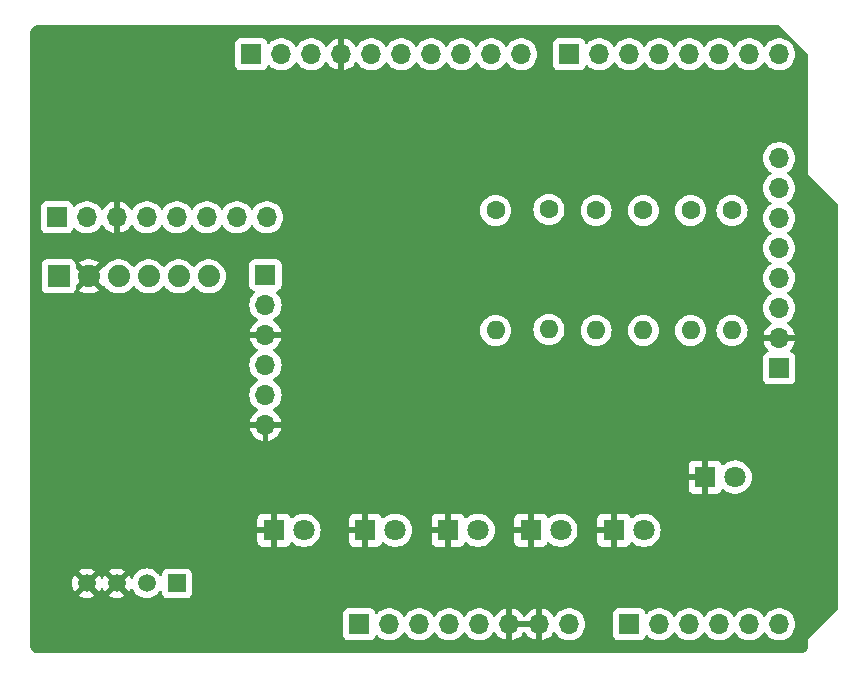
<source format=gbr>
%TF.GenerationSoftware,KiCad,Pcbnew,8.0.8*%
%TF.CreationDate,2025-03-13T23:14:18-06:00*%
%TF.ProjectId,final_project_payload,66696e61-6c5f-4707-926f-6a6563745f70,rev?*%
%TF.SameCoordinates,Original*%
%TF.FileFunction,Copper,L2,Bot*%
%TF.FilePolarity,Positive*%
%FSLAX46Y46*%
G04 Gerber Fmt 4.6, Leading zero omitted, Abs format (unit mm)*
G04 Created by KiCad (PCBNEW 8.0.8) date 2025-03-13 23:14:18*
%MOMM*%
%LPD*%
G01*
G04 APERTURE LIST*
%TA.AperFunction,ComponentPad*%
%ADD10R,1.700000X1.700000*%
%TD*%
%TA.AperFunction,ComponentPad*%
%ADD11O,1.700000X1.700000*%
%TD*%
%TA.AperFunction,ComponentPad*%
%ADD12C,1.500000*%
%TD*%
%TA.AperFunction,ComponentPad*%
%ADD13R,1.500000X1.500000*%
%TD*%
%TA.AperFunction,ComponentPad*%
%ADD14C,1.800000*%
%TD*%
%TA.AperFunction,ComponentPad*%
%ADD15R,1.800000X1.800000*%
%TD*%
%TA.AperFunction,ComponentPad*%
%ADD16O,1.600000X1.600000*%
%TD*%
%TA.AperFunction,ComponentPad*%
%ADD17C,1.600000*%
%TD*%
%TA.AperFunction,ComponentPad*%
%ADD18C,1.879600*%
%TD*%
%TA.AperFunction,ComponentPad*%
%ADD19R,1.879600X1.879600*%
%TD*%
G04 APERTURE END LIST*
D10*
%TO.P,J1,1,Pin_1*%
%TO.N,unconnected-(J1-Pin_1-Pad1)*%
X127940000Y-97460000D03*
D11*
%TO.P,J1,2,Pin_2*%
%TO.N,/IOREF*%
X130480000Y-97460000D03*
%TO.P,J1,3,Pin_3*%
%TO.N,/~{RESET}*%
X133020000Y-97460000D03*
%TO.P,J1,4,Pin_4*%
%TO.N,+3V3*%
X135560000Y-97460000D03*
%TO.P,J1,5,Pin_5*%
%TO.N,+5V*%
X138100000Y-97460000D03*
%TO.P,J1,6,Pin_6*%
%TO.N,GND*%
X140640000Y-97460000D03*
%TO.P,J1,7,Pin_7*%
X143180000Y-97460000D03*
%TO.P,J1,8,Pin_8*%
%TO.N,VCC*%
X145720000Y-97460000D03*
%TD*%
D10*
%TO.P,J3,1,Pin_1*%
%TO.N,/INTERNAL_TEMP*%
X150800000Y-97460000D03*
D11*
%TO.P,J3,2,Pin_2*%
%TO.N,/A1*%
X153340000Y-97460000D03*
%TO.P,J3,3,Pin_3*%
%TO.N,/A2*%
X155880000Y-97460000D03*
%TO.P,J3,4,Pin_4*%
%TO.N,/A3*%
X158420000Y-97460000D03*
%TO.P,J3,5,Pin_5*%
%TO.N,/SDA{slash}A4*%
X160960000Y-97460000D03*
%TO.P,J3,6,Pin_6*%
%TO.N,/SCL{slash}A5*%
X163500000Y-97460000D03*
%TD*%
D10*
%TO.P,J2,1,Pin_1*%
%TO.N,/I2C_SCL*%
X118796000Y-49200000D03*
D11*
%TO.P,J2,2,Pin_2*%
%TO.N,/I2C_SDA*%
X121336000Y-49200000D03*
%TO.P,J2,3,Pin_3*%
%TO.N,/AREF*%
X123876000Y-49200000D03*
%TO.P,J2,4,Pin_4*%
%TO.N,GND*%
X126416000Y-49200000D03*
%TO.P,J2,5,Pin_5*%
%TO.N,/RTD_CLK*%
X128956000Y-49200000D03*
%TO.P,J2,6,Pin_6*%
%TO.N,/RTD_SDO*%
X131496000Y-49200000D03*
%TO.P,J2,7,Pin_7*%
%TO.N,/RTD_SDI*%
X134036000Y-49200000D03*
%TO.P,J2,8,Pin_8*%
%TO.N,/RTD_CS*%
X136576000Y-49200000D03*
%TO.P,J2,9,Pin_9*%
%TO.N,/led_red*%
X139116000Y-49200000D03*
%TO.P,J2,10,Pin_10*%
%TO.N,/led_blue_1*%
X141656000Y-49200000D03*
%TD*%
D10*
%TO.P,J4,1,Pin_1*%
%TO.N,/led_green*%
X145720000Y-49200000D03*
D11*
%TO.P,J4,2,Pin_2*%
%TO.N,/led_yellow*%
X148260000Y-49200000D03*
%TO.P,J4,3,Pin_3*%
%TO.N,/led_orange*%
X150800000Y-49200000D03*
%TO.P,J4,4,Pin_4*%
%TO.N,/led_blue_2*%
X153340000Y-49200000D03*
%TO.P,J4,5,Pin_5*%
%TO.N,/INT_PIN_2*%
X155880000Y-49200000D03*
%TO.P,J4,6,Pin_6*%
%TO.N,/INT_PIN_1*%
X158420000Y-49200000D03*
%TO.P,J4,7,Pin_7*%
%TO.N,/RX*%
X160960000Y-49200000D03*
%TO.P,J4,8,Pin_8*%
%TO.N,/TX*%
X163500000Y-49200000D03*
%TD*%
D12*
%TO.P,U2,4,GND*%
%TO.N,GND*%
X104880000Y-94000000D03*
%TO.P,U2,3,GND*%
X107420000Y-94000000D03*
%TO.P,U2,2,SDA*%
%TO.N,/I2C_SDA*%
X109960000Y-94000000D03*
D13*
%TO.P,U2,1,VDD*%
%TO.N,+5V*%
X112500000Y-94000000D03*
%TD*%
D14*
%TO.P,D6,2,A*%
%TO.N,Net-(D6-A)*%
X159765000Y-85000000D03*
D15*
%TO.P,D6,1,K*%
%TO.N,GND*%
X157225000Y-85000000D03*
%TD*%
D14*
%TO.P,D5,2,A*%
%TO.N,Net-(D5-A)*%
X152040000Y-89500000D03*
D15*
%TO.P,D5,1,K*%
%TO.N,GND*%
X149500000Y-89500000D03*
%TD*%
D14*
%TO.P,D3,2,A*%
%TO.N,Net-(D3-A)*%
X138000000Y-89500000D03*
D15*
%TO.P,D3,1,K*%
%TO.N,GND*%
X135460000Y-89500000D03*
%TD*%
D11*
%TO.P,J6,8,Pin_8*%
%TO.N,unconnected-(J6-Pin_8-Pad8)*%
X163500000Y-58000000D03*
%TO.P,J6,7,Pin_7*%
%TO.N,/RTD_CS*%
X163500000Y-60540000D03*
%TO.P,J6,6,Pin_6*%
%TO.N,/RTD_SDI*%
X163500000Y-63080000D03*
%TO.P,J6,5,Pin_5*%
%TO.N,/RTD_SDO*%
X163500000Y-65620000D03*
%TO.P,J6,4,Pin_4*%
%TO.N,/RTD_CLK*%
X163500000Y-68160000D03*
%TO.P,J6,3,Pin_3*%
%TO.N,unconnected-(J6-Pin_3-Pad3)*%
X163500000Y-70700000D03*
%TO.P,J6,2,Pin_2*%
%TO.N,GND*%
X163500000Y-73240000D03*
D10*
%TO.P,J6,1,Pin_1*%
%TO.N,+5V*%
X163500000Y-75780000D03*
%TD*%
D11*
%TO.P,J5,8,Pin_8*%
%TO.N,unconnected-(J5-Pin_8-Pad8)*%
X120120000Y-63000000D03*
%TO.P,J5,7,Pin_7*%
%TO.N,unconnected-(J5-Pin_7-Pad7)*%
X117580000Y-63000000D03*
%TO.P,J5,6,Pin_6*%
%TO.N,unconnected-(J5-Pin_6-Pad6)*%
X115040000Y-63000000D03*
%TO.P,J5,5,Pin_5*%
%TO.N,/I2C_SDA*%
X112500000Y-63000000D03*
%TO.P,J5,4,Pin_4*%
%TO.N,/I2C_SCL*%
X109960000Y-63000000D03*
%TO.P,J5,3,Pin_3*%
%TO.N,GND*%
X107420000Y-63000000D03*
%TO.P,J5,2,Pin_2*%
%TO.N,unconnected-(J5-Pin_2-Pad2)*%
X104880000Y-63000000D03*
D10*
%TO.P,J5,1,Pin_1*%
%TO.N,+5V*%
X102340000Y-63000000D03*
%TD*%
D16*
%TO.P,R3,2*%
%TO.N,Net-(D3-A)*%
X148000000Y-72580000D03*
D17*
%TO.P,R3,1*%
%TO.N,/led_green*%
X148000000Y-62420000D03*
%TD*%
D14*
%TO.P,D4,2,A*%
%TO.N,Net-(D4-A)*%
X145000000Y-89500000D03*
D15*
%TO.P,D4,1,K*%
%TO.N,GND*%
X142460000Y-89500000D03*
%TD*%
D10*
%TO.P,J7,1,Pin_1*%
%TO.N,+5V*%
X120000000Y-67880000D03*
D11*
%TO.P,J7,2,Pin_2*%
%TO.N,unconnected-(J7-Pin_2-Pad2)*%
X120000000Y-70420000D03*
%TO.P,J7,3,Pin_3*%
%TO.N,GND*%
X120000000Y-72960000D03*
%TO.P,J7,4,Pin_4*%
%TO.N,/I2C_SCL*%
X120000000Y-75500000D03*
%TO.P,J7,5,Pin_5*%
%TO.N,/I2C_SDA*%
X120000000Y-78040000D03*
%TO.P,J7,6,Pin_6*%
%TO.N,GND*%
X120000000Y-80580000D03*
%TD*%
D18*
%TO.P,U3,6,GRN*%
%TO.N,unconnected-(U3-GRN-Pad6)*%
X115200000Y-68000000D03*
%TO.P,U3,5,RXI*%
%TO.N,/RX*%
X112660000Y-68000000D03*
%TO.P,U3,4,TXO*%
%TO.N,/TX*%
X110120000Y-68000000D03*
%TO.P,U3,3,VCC*%
%TO.N,+5V*%
X107580000Y-68000000D03*
%TO.P,U3,2,GND*%
%TO.N,GND*%
X105040000Y-68000000D03*
D19*
%TO.P,U3,1,BLK*%
%TO.N,unconnected-(U3-BLK-Pad1)*%
X102500000Y-68000000D03*
%TD*%
D14*
%TO.P,D1,2,A*%
%TO.N,Net-(D1-A)*%
X123265000Y-89500000D03*
D15*
%TO.P,D1,1,K*%
%TO.N,GND*%
X120725000Y-89500000D03*
%TD*%
D16*
%TO.P,R6,2*%
%TO.N,Net-(D6-A)*%
X159500000Y-72580000D03*
D17*
%TO.P,R6,1*%
%TO.N,/led_blue_2*%
X159500000Y-62420000D03*
%TD*%
D16*
%TO.P,R2,2*%
%TO.N,Net-(D2-A)*%
X144000000Y-72500000D03*
D17*
%TO.P,R2,1*%
%TO.N,/led_blue_1*%
X144000000Y-62340000D03*
%TD*%
D14*
%TO.P,D2,2,A*%
%TO.N,Net-(D2-A)*%
X131000000Y-89500000D03*
D15*
%TO.P,D2,1,K*%
%TO.N,GND*%
X128460000Y-89500000D03*
%TD*%
D16*
%TO.P,R4,2*%
%TO.N,Net-(D4-A)*%
X152000000Y-72580000D03*
D17*
%TO.P,R4,1*%
%TO.N,/led_yellow*%
X152000000Y-62420000D03*
%TD*%
D16*
%TO.P,R1,2*%
%TO.N,Net-(D1-A)*%
X139500000Y-72580000D03*
D17*
%TO.P,R1,1*%
%TO.N,/led_red*%
X139500000Y-62420000D03*
%TD*%
D16*
%TO.P,R5,2*%
%TO.N,Net-(D5-A)*%
X156000000Y-72580000D03*
D17*
%TO.P,R5,1*%
%TO.N,/led_orange*%
X156000000Y-62420000D03*
%TD*%
%TA.AperFunction,Conductor*%
%TO.N,GND*%
G36*
X142714075Y-97267007D02*
G01*
X142680000Y-97394174D01*
X142680000Y-97525826D01*
X142714075Y-97652993D01*
X142746988Y-97710000D01*
X141073012Y-97710000D01*
X141105925Y-97652993D01*
X141140000Y-97525826D01*
X141140000Y-97394174D01*
X141105925Y-97267007D01*
X141073012Y-97210000D01*
X142746988Y-97210000D01*
X142714075Y-97267007D01*
G37*
%TD.AperFunction*%
%TA.AperFunction,Conductor*%
G36*
X163484404Y-46755185D02*
G01*
X163505046Y-46771819D01*
X165928181Y-49194954D01*
X165961666Y-49256277D01*
X165964500Y-49282635D01*
X165964500Y-59344982D01*
X165964500Y-59375018D01*
X165975994Y-59402767D01*
X165975995Y-59402768D01*
X168468181Y-61894954D01*
X168501666Y-61956277D01*
X168504500Y-61982635D01*
X168504500Y-96107364D01*
X168484815Y-96174403D01*
X168468181Y-96195045D01*
X165997233Y-98665994D01*
X165975995Y-98687231D01*
X165964500Y-98714982D01*
X165964500Y-99231907D01*
X165963903Y-99244062D01*
X165952505Y-99359778D01*
X165947763Y-99383618D01*
X165917832Y-99482290D01*
X165915789Y-99489024D01*
X165906486Y-99511482D01*
X165854561Y-99608627D01*
X165841056Y-99628839D01*
X165771176Y-99713988D01*
X165753988Y-99731176D01*
X165668839Y-99801056D01*
X165648627Y-99814561D01*
X165551482Y-99866486D01*
X165529028Y-99875787D01*
X165487028Y-99888528D01*
X165423618Y-99907763D01*
X165399778Y-99912505D01*
X165291162Y-99923203D01*
X165284060Y-99923903D01*
X165271907Y-99924500D01*
X100768093Y-99924500D01*
X100755939Y-99923903D01*
X100747995Y-99923120D01*
X100640221Y-99912505D01*
X100616381Y-99907763D01*
X100599445Y-99902625D01*
X100510968Y-99875786D01*
X100488517Y-99866486D01*
X100391372Y-99814561D01*
X100371160Y-99801056D01*
X100286011Y-99731176D01*
X100268823Y-99713988D01*
X100198943Y-99628839D01*
X100185438Y-99608627D01*
X100133510Y-99511476D01*
X100124215Y-99489037D01*
X100092234Y-99383612D01*
X100087494Y-99359777D01*
X100076097Y-99244061D01*
X100075500Y-99231907D01*
X100075500Y-96561345D01*
X126581500Y-96561345D01*
X126581500Y-98358654D01*
X126588011Y-98419202D01*
X126588011Y-98419204D01*
X126639111Y-98556204D01*
X126726739Y-98673261D01*
X126843796Y-98760889D01*
X126980799Y-98811989D01*
X127008050Y-98814918D01*
X127041345Y-98818499D01*
X127041362Y-98818500D01*
X128838638Y-98818500D01*
X128838654Y-98818499D01*
X128865692Y-98815591D01*
X128899201Y-98811989D01*
X129036204Y-98760889D01*
X129153261Y-98673261D01*
X129240889Y-98556204D01*
X129286138Y-98434887D01*
X129328009Y-98378956D01*
X129393474Y-98354539D01*
X129461746Y-98369391D01*
X129493545Y-98394236D01*
X129556760Y-98462906D01*
X129734424Y-98601189D01*
X129734425Y-98601189D01*
X129734427Y-98601191D01*
X129861135Y-98669761D01*
X129932426Y-98708342D01*
X130145365Y-98781444D01*
X130367431Y-98818500D01*
X130592569Y-98818500D01*
X130814635Y-98781444D01*
X131027574Y-98708342D01*
X131225576Y-98601189D01*
X131403240Y-98462906D01*
X131524594Y-98331082D01*
X131555715Y-98297276D01*
X131555715Y-98297275D01*
X131555722Y-98297268D01*
X131646193Y-98158790D01*
X131699338Y-98113437D01*
X131768569Y-98104013D01*
X131831905Y-98133515D01*
X131853804Y-98158787D01*
X131944278Y-98297268D01*
X131944283Y-98297273D01*
X131944284Y-98297276D01*
X132070968Y-98434889D01*
X132096760Y-98462906D01*
X132274424Y-98601189D01*
X132274425Y-98601189D01*
X132274427Y-98601191D01*
X132401135Y-98669761D01*
X132472426Y-98708342D01*
X132685365Y-98781444D01*
X132907431Y-98818500D01*
X133132569Y-98818500D01*
X133354635Y-98781444D01*
X133567574Y-98708342D01*
X133765576Y-98601189D01*
X133943240Y-98462906D01*
X134064594Y-98331082D01*
X134095715Y-98297276D01*
X134095715Y-98297275D01*
X134095722Y-98297268D01*
X134186193Y-98158790D01*
X134239338Y-98113437D01*
X134308569Y-98104013D01*
X134371905Y-98133515D01*
X134393804Y-98158787D01*
X134484278Y-98297268D01*
X134484283Y-98297273D01*
X134484284Y-98297276D01*
X134610968Y-98434889D01*
X134636760Y-98462906D01*
X134814424Y-98601189D01*
X134814425Y-98601189D01*
X134814427Y-98601191D01*
X134941135Y-98669761D01*
X135012426Y-98708342D01*
X135225365Y-98781444D01*
X135447431Y-98818500D01*
X135672569Y-98818500D01*
X135894635Y-98781444D01*
X136107574Y-98708342D01*
X136305576Y-98601189D01*
X136483240Y-98462906D01*
X136604594Y-98331082D01*
X136635715Y-98297276D01*
X136635715Y-98297275D01*
X136635722Y-98297268D01*
X136726193Y-98158790D01*
X136779338Y-98113437D01*
X136848569Y-98104013D01*
X136911905Y-98133515D01*
X136933804Y-98158787D01*
X137024278Y-98297268D01*
X137024283Y-98297273D01*
X137024284Y-98297276D01*
X137150968Y-98434889D01*
X137176760Y-98462906D01*
X137354424Y-98601189D01*
X137354425Y-98601189D01*
X137354427Y-98601191D01*
X137481135Y-98669761D01*
X137552426Y-98708342D01*
X137765365Y-98781444D01*
X137987431Y-98818500D01*
X138212569Y-98818500D01*
X138434635Y-98781444D01*
X138647574Y-98708342D01*
X138845576Y-98601189D01*
X139023240Y-98462906D01*
X139144594Y-98331082D01*
X139175715Y-98297276D01*
X139175715Y-98297275D01*
X139175722Y-98297268D01*
X139269749Y-98153347D01*
X139322894Y-98107994D01*
X139392125Y-98098570D01*
X139455461Y-98128072D01*
X139475130Y-98150048D01*
X139601890Y-98331078D01*
X139768917Y-98498105D01*
X139962421Y-98633600D01*
X140176507Y-98733429D01*
X140176516Y-98733433D01*
X140390000Y-98790634D01*
X140390000Y-97893012D01*
X140447007Y-97925925D01*
X140574174Y-97960000D01*
X140705826Y-97960000D01*
X140832993Y-97925925D01*
X140890000Y-97893012D01*
X140890000Y-98790633D01*
X141103483Y-98733433D01*
X141103492Y-98733429D01*
X141317578Y-98633600D01*
X141511082Y-98498105D01*
X141678105Y-98331082D01*
X141808425Y-98144968D01*
X141863002Y-98101344D01*
X141932501Y-98094151D01*
X141994855Y-98125673D01*
X142011575Y-98144968D01*
X142141894Y-98331082D01*
X142308917Y-98498105D01*
X142502421Y-98633600D01*
X142716507Y-98733429D01*
X142716516Y-98733433D01*
X142930000Y-98790634D01*
X142930000Y-97893012D01*
X142987007Y-97925925D01*
X143114174Y-97960000D01*
X143245826Y-97960000D01*
X143372993Y-97925925D01*
X143430000Y-97893012D01*
X143430000Y-98790633D01*
X143643483Y-98733433D01*
X143643492Y-98733429D01*
X143857578Y-98633600D01*
X144051082Y-98498105D01*
X144218105Y-98331082D01*
X144344868Y-98150048D01*
X144399445Y-98106423D01*
X144468944Y-98099231D01*
X144531298Y-98130753D01*
X144550251Y-98153350D01*
X144644276Y-98297265D01*
X144644284Y-98297276D01*
X144770968Y-98434889D01*
X144796760Y-98462906D01*
X144974424Y-98601189D01*
X144974425Y-98601189D01*
X144974427Y-98601191D01*
X145101135Y-98669761D01*
X145172426Y-98708342D01*
X145385365Y-98781444D01*
X145607431Y-98818500D01*
X145832569Y-98818500D01*
X146054635Y-98781444D01*
X146267574Y-98708342D01*
X146465576Y-98601189D01*
X146643240Y-98462906D01*
X146764594Y-98331082D01*
X146795715Y-98297276D01*
X146795717Y-98297273D01*
X146795722Y-98297268D01*
X146918860Y-98108791D01*
X147009296Y-97902616D01*
X147064564Y-97684368D01*
X147067164Y-97652993D01*
X147083156Y-97460005D01*
X147083156Y-97459994D01*
X147064565Y-97235640D01*
X147064563Y-97235628D01*
X147009296Y-97017385D01*
X146999071Y-96994075D01*
X146918860Y-96811209D01*
X146902706Y-96786484D01*
X146795723Y-96622734D01*
X146795715Y-96622723D01*
X146739212Y-96561345D01*
X149441500Y-96561345D01*
X149441500Y-98358654D01*
X149448011Y-98419202D01*
X149448011Y-98419204D01*
X149499111Y-98556204D01*
X149586739Y-98673261D01*
X149703796Y-98760889D01*
X149840799Y-98811989D01*
X149868050Y-98814918D01*
X149901345Y-98818499D01*
X149901362Y-98818500D01*
X151698638Y-98818500D01*
X151698654Y-98818499D01*
X151725692Y-98815591D01*
X151759201Y-98811989D01*
X151896204Y-98760889D01*
X152013261Y-98673261D01*
X152100889Y-98556204D01*
X152146138Y-98434887D01*
X152188009Y-98378956D01*
X152253474Y-98354539D01*
X152321746Y-98369391D01*
X152353545Y-98394236D01*
X152416760Y-98462906D01*
X152594424Y-98601189D01*
X152594425Y-98601189D01*
X152594427Y-98601191D01*
X152721135Y-98669761D01*
X152792426Y-98708342D01*
X153005365Y-98781444D01*
X153227431Y-98818500D01*
X153452569Y-98818500D01*
X153674635Y-98781444D01*
X153887574Y-98708342D01*
X154085576Y-98601189D01*
X154263240Y-98462906D01*
X154384594Y-98331082D01*
X154415715Y-98297276D01*
X154415715Y-98297275D01*
X154415722Y-98297268D01*
X154506193Y-98158790D01*
X154559338Y-98113437D01*
X154628569Y-98104013D01*
X154691905Y-98133515D01*
X154713804Y-98158787D01*
X154804278Y-98297268D01*
X154804283Y-98297273D01*
X154804284Y-98297276D01*
X154930968Y-98434889D01*
X154956760Y-98462906D01*
X155134424Y-98601189D01*
X155134425Y-98601189D01*
X155134427Y-98601191D01*
X155261135Y-98669761D01*
X155332426Y-98708342D01*
X155545365Y-98781444D01*
X155767431Y-98818500D01*
X155992569Y-98818500D01*
X156214635Y-98781444D01*
X156427574Y-98708342D01*
X156625576Y-98601189D01*
X156803240Y-98462906D01*
X156924594Y-98331082D01*
X156955715Y-98297276D01*
X156955715Y-98297275D01*
X156955722Y-98297268D01*
X157046193Y-98158790D01*
X157099338Y-98113437D01*
X157168569Y-98104013D01*
X157231905Y-98133515D01*
X157253804Y-98158787D01*
X157344278Y-98297268D01*
X157344283Y-98297273D01*
X157344284Y-98297276D01*
X157470968Y-98434889D01*
X157496760Y-98462906D01*
X157674424Y-98601189D01*
X157674425Y-98601189D01*
X157674427Y-98601191D01*
X157801135Y-98669761D01*
X157872426Y-98708342D01*
X158085365Y-98781444D01*
X158307431Y-98818500D01*
X158532569Y-98818500D01*
X158754635Y-98781444D01*
X158967574Y-98708342D01*
X159165576Y-98601189D01*
X159343240Y-98462906D01*
X159464594Y-98331082D01*
X159495715Y-98297276D01*
X159495715Y-98297275D01*
X159495722Y-98297268D01*
X159586193Y-98158790D01*
X159639338Y-98113437D01*
X159708569Y-98104013D01*
X159771905Y-98133515D01*
X159793804Y-98158787D01*
X159884278Y-98297268D01*
X159884283Y-98297273D01*
X159884284Y-98297276D01*
X160010968Y-98434889D01*
X160036760Y-98462906D01*
X160214424Y-98601189D01*
X160214425Y-98601189D01*
X160214427Y-98601191D01*
X160341135Y-98669761D01*
X160412426Y-98708342D01*
X160625365Y-98781444D01*
X160847431Y-98818500D01*
X161072569Y-98818500D01*
X161294635Y-98781444D01*
X161507574Y-98708342D01*
X161705576Y-98601189D01*
X161883240Y-98462906D01*
X162004594Y-98331082D01*
X162035715Y-98297276D01*
X162035715Y-98297275D01*
X162035722Y-98297268D01*
X162126193Y-98158790D01*
X162179338Y-98113437D01*
X162248569Y-98104013D01*
X162311905Y-98133515D01*
X162333804Y-98158787D01*
X162424278Y-98297268D01*
X162424283Y-98297273D01*
X162424284Y-98297276D01*
X162550968Y-98434889D01*
X162576760Y-98462906D01*
X162754424Y-98601189D01*
X162754425Y-98601189D01*
X162754427Y-98601191D01*
X162881135Y-98669761D01*
X162952426Y-98708342D01*
X163165365Y-98781444D01*
X163387431Y-98818500D01*
X163612569Y-98818500D01*
X163834635Y-98781444D01*
X164047574Y-98708342D01*
X164245576Y-98601189D01*
X164423240Y-98462906D01*
X164544594Y-98331082D01*
X164575715Y-98297276D01*
X164575717Y-98297273D01*
X164575722Y-98297268D01*
X164698860Y-98108791D01*
X164789296Y-97902616D01*
X164844564Y-97684368D01*
X164847164Y-97652993D01*
X164863156Y-97460005D01*
X164863156Y-97459994D01*
X164844565Y-97235640D01*
X164844563Y-97235628D01*
X164789296Y-97017385D01*
X164779071Y-96994075D01*
X164698860Y-96811209D01*
X164682706Y-96786484D01*
X164575723Y-96622734D01*
X164575715Y-96622723D01*
X164423243Y-96457097D01*
X164423238Y-96457092D01*
X164245577Y-96318812D01*
X164245572Y-96318808D01*
X164047580Y-96211661D01*
X164047577Y-96211659D01*
X164047574Y-96211658D01*
X164047571Y-96211657D01*
X164047569Y-96211656D01*
X163834637Y-96138556D01*
X163612569Y-96101500D01*
X163387431Y-96101500D01*
X163165362Y-96138556D01*
X162952430Y-96211656D01*
X162952419Y-96211661D01*
X162754427Y-96318808D01*
X162754422Y-96318812D01*
X162576761Y-96457092D01*
X162576756Y-96457097D01*
X162424284Y-96622723D01*
X162424276Y-96622734D01*
X162333808Y-96761206D01*
X162280662Y-96806562D01*
X162211431Y-96815986D01*
X162148095Y-96786484D01*
X162126192Y-96761206D01*
X162035723Y-96622734D01*
X162035715Y-96622723D01*
X161883243Y-96457097D01*
X161883238Y-96457092D01*
X161705577Y-96318812D01*
X161705572Y-96318808D01*
X161507580Y-96211661D01*
X161507577Y-96211659D01*
X161507574Y-96211658D01*
X161507571Y-96211657D01*
X161507569Y-96211656D01*
X161294637Y-96138556D01*
X161072569Y-96101500D01*
X160847431Y-96101500D01*
X160625362Y-96138556D01*
X160412430Y-96211656D01*
X160412419Y-96211661D01*
X160214427Y-96318808D01*
X160214422Y-96318812D01*
X160036761Y-96457092D01*
X160036756Y-96457097D01*
X159884284Y-96622723D01*
X159884276Y-96622734D01*
X159793808Y-96761206D01*
X159740662Y-96806562D01*
X159671431Y-96815986D01*
X159608095Y-96786484D01*
X159586192Y-96761206D01*
X159495723Y-96622734D01*
X159495715Y-96622723D01*
X159343243Y-96457097D01*
X159343238Y-96457092D01*
X159165577Y-96318812D01*
X159165572Y-96318808D01*
X158967580Y-96211661D01*
X158967577Y-96211659D01*
X158967574Y-96211658D01*
X158967571Y-96211657D01*
X158967569Y-96211656D01*
X158754637Y-96138556D01*
X158532569Y-96101500D01*
X158307431Y-96101500D01*
X158085362Y-96138556D01*
X157872430Y-96211656D01*
X157872419Y-96211661D01*
X157674427Y-96318808D01*
X157674422Y-96318812D01*
X157496761Y-96457092D01*
X157496756Y-96457097D01*
X157344284Y-96622723D01*
X157344276Y-96622734D01*
X157253808Y-96761206D01*
X157200662Y-96806562D01*
X157131431Y-96815986D01*
X157068095Y-96786484D01*
X157046192Y-96761206D01*
X156955723Y-96622734D01*
X156955715Y-96622723D01*
X156803243Y-96457097D01*
X156803238Y-96457092D01*
X156625577Y-96318812D01*
X156625572Y-96318808D01*
X156427580Y-96211661D01*
X156427577Y-96211659D01*
X156427574Y-96211658D01*
X156427571Y-96211657D01*
X156427569Y-96211656D01*
X156214637Y-96138556D01*
X155992569Y-96101500D01*
X155767431Y-96101500D01*
X155545362Y-96138556D01*
X155332430Y-96211656D01*
X155332419Y-96211661D01*
X155134427Y-96318808D01*
X155134422Y-96318812D01*
X154956761Y-96457092D01*
X154956756Y-96457097D01*
X154804284Y-96622723D01*
X154804276Y-96622734D01*
X154713808Y-96761206D01*
X154660662Y-96806562D01*
X154591431Y-96815986D01*
X154528095Y-96786484D01*
X154506192Y-96761206D01*
X154415723Y-96622734D01*
X154415715Y-96622723D01*
X154263243Y-96457097D01*
X154263238Y-96457092D01*
X154085577Y-96318812D01*
X154085572Y-96318808D01*
X153887580Y-96211661D01*
X153887577Y-96211659D01*
X153887574Y-96211658D01*
X153887571Y-96211657D01*
X153887569Y-96211656D01*
X153674637Y-96138556D01*
X153452569Y-96101500D01*
X153227431Y-96101500D01*
X153005362Y-96138556D01*
X152792430Y-96211656D01*
X152792419Y-96211661D01*
X152594427Y-96318808D01*
X152594422Y-96318812D01*
X152416761Y-96457092D01*
X152353548Y-96525760D01*
X152293661Y-96561750D01*
X152223823Y-96559649D01*
X152166207Y-96520124D01*
X152146138Y-96485110D01*
X152100889Y-96363796D01*
X152067214Y-96318812D01*
X152013261Y-96246739D01*
X151896204Y-96159111D01*
X151895172Y-96158726D01*
X151759203Y-96108011D01*
X151698654Y-96101500D01*
X151698638Y-96101500D01*
X149901362Y-96101500D01*
X149901345Y-96101500D01*
X149840797Y-96108011D01*
X149840795Y-96108011D01*
X149703795Y-96159111D01*
X149586739Y-96246739D01*
X149499111Y-96363795D01*
X149448011Y-96500795D01*
X149448011Y-96500797D01*
X149441500Y-96561345D01*
X146739212Y-96561345D01*
X146643243Y-96457097D01*
X146643238Y-96457092D01*
X146465577Y-96318812D01*
X146465572Y-96318808D01*
X146267580Y-96211661D01*
X146267577Y-96211659D01*
X146267574Y-96211658D01*
X146267571Y-96211657D01*
X146267569Y-96211656D01*
X146054637Y-96138556D01*
X145832569Y-96101500D01*
X145607431Y-96101500D01*
X145385362Y-96138556D01*
X145172430Y-96211656D01*
X145172419Y-96211661D01*
X144974427Y-96318808D01*
X144974422Y-96318812D01*
X144796761Y-96457092D01*
X144796756Y-96457097D01*
X144644284Y-96622723D01*
X144644276Y-96622734D01*
X144550251Y-96766650D01*
X144497105Y-96812007D01*
X144427873Y-96821430D01*
X144364538Y-96791928D01*
X144344868Y-96769951D01*
X144218113Y-96588926D01*
X144218108Y-96588920D01*
X144051082Y-96421894D01*
X143857578Y-96286399D01*
X143643492Y-96186570D01*
X143643486Y-96186567D01*
X143430000Y-96129364D01*
X143430000Y-97026988D01*
X143372993Y-96994075D01*
X143245826Y-96960000D01*
X143114174Y-96960000D01*
X142987007Y-96994075D01*
X142930000Y-97026988D01*
X142930000Y-96129364D01*
X142929999Y-96129364D01*
X142716513Y-96186567D01*
X142716507Y-96186570D01*
X142502422Y-96286399D01*
X142502420Y-96286400D01*
X142308926Y-96421886D01*
X142308920Y-96421891D01*
X142141891Y-96588920D01*
X142141890Y-96588922D01*
X142011575Y-96775031D01*
X141956998Y-96818655D01*
X141887499Y-96825848D01*
X141825145Y-96794326D01*
X141808425Y-96775031D01*
X141678109Y-96588922D01*
X141678108Y-96588920D01*
X141511082Y-96421894D01*
X141317578Y-96286399D01*
X141103492Y-96186570D01*
X141103486Y-96186567D01*
X140890000Y-96129364D01*
X140890000Y-97026988D01*
X140832993Y-96994075D01*
X140705826Y-96960000D01*
X140574174Y-96960000D01*
X140447007Y-96994075D01*
X140390000Y-97026988D01*
X140390000Y-96129364D01*
X140389999Y-96129364D01*
X140176513Y-96186567D01*
X140176507Y-96186570D01*
X139962422Y-96286399D01*
X139962420Y-96286400D01*
X139768926Y-96421886D01*
X139768920Y-96421891D01*
X139601891Y-96588920D01*
X139601890Y-96588922D01*
X139475131Y-96769952D01*
X139420554Y-96813577D01*
X139351055Y-96820769D01*
X139288701Y-96789247D01*
X139269752Y-96766656D01*
X139175722Y-96622732D01*
X139175715Y-96622725D01*
X139175715Y-96622723D01*
X139023243Y-96457097D01*
X139023238Y-96457092D01*
X138845577Y-96318812D01*
X138845572Y-96318808D01*
X138647580Y-96211661D01*
X138647577Y-96211659D01*
X138647574Y-96211658D01*
X138647571Y-96211657D01*
X138647569Y-96211656D01*
X138434637Y-96138556D01*
X138212569Y-96101500D01*
X137987431Y-96101500D01*
X137765362Y-96138556D01*
X137552430Y-96211656D01*
X137552419Y-96211661D01*
X137354427Y-96318808D01*
X137354422Y-96318812D01*
X137176761Y-96457092D01*
X137176756Y-96457097D01*
X137024284Y-96622723D01*
X137024276Y-96622734D01*
X136933808Y-96761206D01*
X136880662Y-96806562D01*
X136811431Y-96815986D01*
X136748095Y-96786484D01*
X136726192Y-96761206D01*
X136635723Y-96622734D01*
X136635715Y-96622723D01*
X136483243Y-96457097D01*
X136483238Y-96457092D01*
X136305577Y-96318812D01*
X136305572Y-96318808D01*
X136107580Y-96211661D01*
X136107577Y-96211659D01*
X136107574Y-96211658D01*
X136107571Y-96211657D01*
X136107569Y-96211656D01*
X135894637Y-96138556D01*
X135672569Y-96101500D01*
X135447431Y-96101500D01*
X135225362Y-96138556D01*
X135012430Y-96211656D01*
X135012419Y-96211661D01*
X134814427Y-96318808D01*
X134814422Y-96318812D01*
X134636761Y-96457092D01*
X134636756Y-96457097D01*
X134484284Y-96622723D01*
X134484276Y-96622734D01*
X134393808Y-96761206D01*
X134340662Y-96806562D01*
X134271431Y-96815986D01*
X134208095Y-96786484D01*
X134186192Y-96761206D01*
X134095723Y-96622734D01*
X134095715Y-96622723D01*
X133943243Y-96457097D01*
X133943238Y-96457092D01*
X133765577Y-96318812D01*
X133765572Y-96318808D01*
X133567580Y-96211661D01*
X133567577Y-96211659D01*
X133567574Y-96211658D01*
X133567571Y-96211657D01*
X133567569Y-96211656D01*
X133354637Y-96138556D01*
X133132569Y-96101500D01*
X132907431Y-96101500D01*
X132685362Y-96138556D01*
X132472430Y-96211656D01*
X132472419Y-96211661D01*
X132274427Y-96318808D01*
X132274422Y-96318812D01*
X132096761Y-96457092D01*
X132096756Y-96457097D01*
X131944284Y-96622723D01*
X131944276Y-96622734D01*
X131853808Y-96761206D01*
X131800662Y-96806562D01*
X131731431Y-96815986D01*
X131668095Y-96786484D01*
X131646192Y-96761206D01*
X131555723Y-96622734D01*
X131555715Y-96622723D01*
X131403243Y-96457097D01*
X131403238Y-96457092D01*
X131225577Y-96318812D01*
X131225572Y-96318808D01*
X131027580Y-96211661D01*
X131027577Y-96211659D01*
X131027574Y-96211658D01*
X131027571Y-96211657D01*
X131027569Y-96211656D01*
X130814637Y-96138556D01*
X130592569Y-96101500D01*
X130367431Y-96101500D01*
X130145362Y-96138556D01*
X129932430Y-96211656D01*
X129932419Y-96211661D01*
X129734427Y-96318808D01*
X129734422Y-96318812D01*
X129556761Y-96457092D01*
X129493548Y-96525760D01*
X129433661Y-96561750D01*
X129363823Y-96559649D01*
X129306207Y-96520124D01*
X129286138Y-96485110D01*
X129240889Y-96363796D01*
X129207214Y-96318812D01*
X129153261Y-96246739D01*
X129036204Y-96159111D01*
X129035172Y-96158726D01*
X128899203Y-96108011D01*
X128838654Y-96101500D01*
X128838638Y-96101500D01*
X127041362Y-96101500D01*
X127041345Y-96101500D01*
X126980797Y-96108011D01*
X126980795Y-96108011D01*
X126843795Y-96159111D01*
X126726739Y-96246739D01*
X126639111Y-96363795D01*
X126588011Y-96500795D01*
X126588011Y-96500797D01*
X126581500Y-96561345D01*
X100075500Y-96561345D01*
X100075500Y-93999999D01*
X103625225Y-93999999D01*
X103625225Y-94000000D01*
X103644287Y-94217884D01*
X103644289Y-94217894D01*
X103700894Y-94429150D01*
X103700898Y-94429159D01*
X103793333Y-94627387D01*
X103836874Y-94689571D01*
X104480000Y-94046445D01*
X104480000Y-94052661D01*
X104507259Y-94154394D01*
X104559920Y-94245606D01*
X104634394Y-94320080D01*
X104725606Y-94372741D01*
X104827339Y-94400000D01*
X104833553Y-94400000D01*
X104190427Y-95043124D01*
X104252612Y-95086666D01*
X104450840Y-95179101D01*
X104450849Y-95179105D01*
X104662105Y-95235710D01*
X104662115Y-95235712D01*
X104879999Y-95254775D01*
X104880001Y-95254775D01*
X105097884Y-95235712D01*
X105097894Y-95235710D01*
X105309150Y-95179105D01*
X105309164Y-95179100D01*
X105507383Y-95086669D01*
X105507385Y-95086668D01*
X105569571Y-95043124D01*
X104926448Y-94400000D01*
X104932661Y-94400000D01*
X105034394Y-94372741D01*
X105125606Y-94320080D01*
X105200080Y-94245606D01*
X105252741Y-94154394D01*
X105280000Y-94052661D01*
X105280000Y-94046446D01*
X105923124Y-94689570D01*
X105966668Y-94627385D01*
X105966669Y-94627383D01*
X106037618Y-94475233D01*
X106083790Y-94422793D01*
X106150983Y-94403641D01*
X106217865Y-94423856D01*
X106262382Y-94475232D01*
X106333333Y-94627387D01*
X106376874Y-94689571D01*
X107020000Y-94046445D01*
X107020000Y-94052661D01*
X107047259Y-94154394D01*
X107099920Y-94245606D01*
X107174394Y-94320080D01*
X107265606Y-94372741D01*
X107367339Y-94400000D01*
X107373553Y-94400000D01*
X106730427Y-95043124D01*
X106792612Y-95086666D01*
X106990840Y-95179101D01*
X106990849Y-95179105D01*
X107202105Y-95235710D01*
X107202115Y-95235712D01*
X107419999Y-95254775D01*
X107420001Y-95254775D01*
X107637884Y-95235712D01*
X107637894Y-95235710D01*
X107849150Y-95179105D01*
X107849164Y-95179100D01*
X108047383Y-95086669D01*
X108047385Y-95086668D01*
X108109571Y-95043124D01*
X107466448Y-94400000D01*
X107472661Y-94400000D01*
X107574394Y-94372741D01*
X107665606Y-94320080D01*
X107740080Y-94245606D01*
X107792741Y-94154394D01*
X107820000Y-94052661D01*
X107820000Y-94046446D01*
X108463124Y-94689570D01*
X108506668Y-94627385D01*
X108506669Y-94627383D01*
X108572929Y-94485288D01*
X108619101Y-94432848D01*
X108686294Y-94413696D01*
X108753175Y-94433911D01*
X108797692Y-94485287D01*
X108865944Y-94631654D01*
X108992251Y-94812038D01*
X109147962Y-94967749D01*
X109328346Y-95094056D01*
X109527924Y-95187120D01*
X109740629Y-95244115D01*
X109897322Y-95257823D01*
X109959998Y-95263307D01*
X109960000Y-95263307D01*
X109960002Y-95263307D01*
X110014957Y-95258499D01*
X110179371Y-95244115D01*
X110392076Y-95187120D01*
X110591654Y-95094056D01*
X110772038Y-94967749D01*
X110927749Y-94812038D01*
X111015927Y-94686107D01*
X111070502Y-94642485D01*
X111140001Y-94635292D01*
X111202355Y-94666814D01*
X111237769Y-94727044D01*
X111241500Y-94757233D01*
X111241500Y-94798654D01*
X111248011Y-94859202D01*
X111248011Y-94859204D01*
X111299111Y-94996204D01*
X111386739Y-95113261D01*
X111503796Y-95200889D01*
X111640799Y-95251989D01*
X111668050Y-95254918D01*
X111701345Y-95258499D01*
X111701362Y-95258500D01*
X113298638Y-95258500D01*
X113298654Y-95258499D01*
X113325692Y-95255591D01*
X113359201Y-95251989D01*
X113496204Y-95200889D01*
X113613261Y-95113261D01*
X113700889Y-94996204D01*
X113751989Y-94859201D01*
X113755591Y-94825692D01*
X113758499Y-94798654D01*
X113758500Y-94798637D01*
X113758500Y-93201362D01*
X113758499Y-93201345D01*
X113755157Y-93170270D01*
X113751989Y-93140799D01*
X113700889Y-93003796D01*
X113613261Y-92886739D01*
X113496204Y-92799111D01*
X113359203Y-92748011D01*
X113298654Y-92741500D01*
X113298638Y-92741500D01*
X111701362Y-92741500D01*
X111701345Y-92741500D01*
X111640797Y-92748011D01*
X111640795Y-92748011D01*
X111503795Y-92799111D01*
X111386739Y-92886739D01*
X111299111Y-93003795D01*
X111248011Y-93140795D01*
X111248011Y-93140797D01*
X111241500Y-93201345D01*
X111241500Y-93242766D01*
X111221815Y-93309805D01*
X111169011Y-93355560D01*
X111099853Y-93365504D01*
X111036297Y-93336479D01*
X111015925Y-93313890D01*
X110966123Y-93242766D01*
X110927749Y-93187962D01*
X110772038Y-93032251D01*
X110591654Y-92905944D01*
X110591650Y-92905942D01*
X110392081Y-92812882D01*
X110392079Y-92812881D01*
X110392076Y-92812880D01*
X110210735Y-92764289D01*
X110179372Y-92755885D01*
X110179365Y-92755884D01*
X109960002Y-92736693D01*
X109959998Y-92736693D01*
X109740634Y-92755884D01*
X109740627Y-92755885D01*
X109527920Y-92812881D01*
X109328346Y-92905944D01*
X109328342Y-92905946D01*
X109147967Y-93032247D01*
X109147960Y-93032252D01*
X108992252Y-93187960D01*
X108992247Y-93187967D01*
X108865946Y-93368342D01*
X108865944Y-93368346D01*
X108797693Y-93514712D01*
X108751521Y-93567151D01*
X108684327Y-93586303D01*
X108617446Y-93566087D01*
X108572929Y-93514712D01*
X108506668Y-93372615D01*
X108463123Y-93310428D01*
X107820000Y-93953551D01*
X107820000Y-93947339D01*
X107792741Y-93845606D01*
X107740080Y-93754394D01*
X107665606Y-93679920D01*
X107574394Y-93627259D01*
X107472661Y-93600000D01*
X107466447Y-93600000D01*
X108109571Y-92956874D01*
X108047387Y-92913333D01*
X107849159Y-92820898D01*
X107849150Y-92820894D01*
X107637894Y-92764289D01*
X107637884Y-92764287D01*
X107420001Y-92745225D01*
X107419999Y-92745225D01*
X107202115Y-92764287D01*
X107202105Y-92764289D01*
X106990849Y-92820894D01*
X106990840Y-92820898D01*
X106792614Y-92913332D01*
X106792612Y-92913333D01*
X106730428Y-92956875D01*
X106730427Y-92956875D01*
X107373554Y-93600000D01*
X107367339Y-93600000D01*
X107265606Y-93627259D01*
X107174394Y-93679920D01*
X107099920Y-93754394D01*
X107047259Y-93845606D01*
X107020000Y-93947339D01*
X107020000Y-93953552D01*
X106376875Y-93310427D01*
X106376875Y-93310428D01*
X106333333Y-93372612D01*
X106333332Y-93372614D01*
X106262382Y-93524767D01*
X106216209Y-93577206D01*
X106149016Y-93596358D01*
X106082135Y-93576142D01*
X106037618Y-93524767D01*
X105966668Y-93372615D01*
X105923123Y-93310428D01*
X105280000Y-93953551D01*
X105280000Y-93947339D01*
X105252741Y-93845606D01*
X105200080Y-93754394D01*
X105125606Y-93679920D01*
X105034394Y-93627259D01*
X104932661Y-93600000D01*
X104926447Y-93600000D01*
X105569571Y-92956874D01*
X105507387Y-92913333D01*
X105309159Y-92820898D01*
X105309150Y-92820894D01*
X105097894Y-92764289D01*
X105097884Y-92764287D01*
X104880001Y-92745225D01*
X104879999Y-92745225D01*
X104662115Y-92764287D01*
X104662105Y-92764289D01*
X104450849Y-92820894D01*
X104450840Y-92820898D01*
X104252614Y-92913332D01*
X104252612Y-92913333D01*
X104190428Y-92956875D01*
X104190427Y-92956875D01*
X104833554Y-93600000D01*
X104827339Y-93600000D01*
X104725606Y-93627259D01*
X104634394Y-93679920D01*
X104559920Y-93754394D01*
X104507259Y-93845606D01*
X104480000Y-93947339D01*
X104480000Y-93953552D01*
X103836875Y-93310427D01*
X103836875Y-93310428D01*
X103793333Y-93372612D01*
X103793332Y-93372614D01*
X103700898Y-93570840D01*
X103700894Y-93570849D01*
X103644289Y-93782105D01*
X103644287Y-93782115D01*
X103625225Y-93999999D01*
X100075500Y-93999999D01*
X100075500Y-88552155D01*
X119325000Y-88552155D01*
X119325000Y-89250000D01*
X120349722Y-89250000D01*
X120305667Y-89326306D01*
X120275000Y-89440756D01*
X120275000Y-89559244D01*
X120305667Y-89673694D01*
X120349722Y-89750000D01*
X119325000Y-89750000D01*
X119325000Y-90447844D01*
X119331401Y-90507372D01*
X119331403Y-90507379D01*
X119381645Y-90642086D01*
X119381649Y-90642093D01*
X119467809Y-90757187D01*
X119467812Y-90757190D01*
X119582906Y-90843350D01*
X119582913Y-90843354D01*
X119717620Y-90893596D01*
X119717627Y-90893598D01*
X119777155Y-90899999D01*
X119777172Y-90900000D01*
X120475000Y-90900000D01*
X120475000Y-89875277D01*
X120551306Y-89919333D01*
X120665756Y-89950000D01*
X120784244Y-89950000D01*
X120898694Y-89919333D01*
X120975000Y-89875277D01*
X120975000Y-90900000D01*
X121672828Y-90900000D01*
X121672844Y-90899999D01*
X121732372Y-90893598D01*
X121732379Y-90893596D01*
X121867086Y-90843354D01*
X121867093Y-90843350D01*
X121982187Y-90757190D01*
X121982190Y-90757187D01*
X122068350Y-90642093D01*
X122068355Y-90642084D01*
X122093940Y-90573486D01*
X122135810Y-90517552D01*
X122201274Y-90493134D01*
X122269547Y-90507985D01*
X122301349Y-90532832D01*
X122307780Y-90539818D01*
X122491983Y-90683190D01*
X122491985Y-90683191D01*
X122491988Y-90683193D01*
X122611331Y-90747777D01*
X122697273Y-90794287D01*
X122811914Y-90833643D01*
X122918045Y-90870079D01*
X122918047Y-90870079D01*
X122918049Y-90870080D01*
X123148288Y-90908500D01*
X123148289Y-90908500D01*
X123381711Y-90908500D01*
X123381712Y-90908500D01*
X123611951Y-90870080D01*
X123832727Y-90794287D01*
X124038017Y-90683190D01*
X124222220Y-90539818D01*
X124380314Y-90368083D01*
X124507984Y-90172669D01*
X124601749Y-89958907D01*
X124659051Y-89732626D01*
X124678327Y-89500000D01*
X124659051Y-89267374D01*
X124601749Y-89041093D01*
X124507984Y-88827331D01*
X124380314Y-88631917D01*
X124380313Y-88631915D01*
X124306888Y-88552155D01*
X127060000Y-88552155D01*
X127060000Y-89250000D01*
X128084722Y-89250000D01*
X128040667Y-89326306D01*
X128010000Y-89440756D01*
X128010000Y-89559244D01*
X128040667Y-89673694D01*
X128084722Y-89750000D01*
X127060000Y-89750000D01*
X127060000Y-90447844D01*
X127066401Y-90507372D01*
X127066403Y-90507379D01*
X127116645Y-90642086D01*
X127116649Y-90642093D01*
X127202809Y-90757187D01*
X127202812Y-90757190D01*
X127317906Y-90843350D01*
X127317913Y-90843354D01*
X127452620Y-90893596D01*
X127452627Y-90893598D01*
X127512155Y-90899999D01*
X127512172Y-90900000D01*
X128210000Y-90900000D01*
X128210000Y-89875277D01*
X128286306Y-89919333D01*
X128400756Y-89950000D01*
X128519244Y-89950000D01*
X128633694Y-89919333D01*
X128710000Y-89875277D01*
X128710000Y-90900000D01*
X129407828Y-90900000D01*
X129407844Y-90899999D01*
X129467372Y-90893598D01*
X129467379Y-90893596D01*
X129602086Y-90843354D01*
X129602093Y-90843350D01*
X129717187Y-90757190D01*
X129717190Y-90757187D01*
X129803350Y-90642093D01*
X129803355Y-90642084D01*
X129828940Y-90573486D01*
X129870810Y-90517552D01*
X129936274Y-90493134D01*
X130004547Y-90507985D01*
X130036349Y-90532832D01*
X130042780Y-90539818D01*
X130226983Y-90683190D01*
X130226985Y-90683191D01*
X130226988Y-90683193D01*
X130346331Y-90747777D01*
X130432273Y-90794287D01*
X130546914Y-90833643D01*
X130653045Y-90870079D01*
X130653047Y-90870079D01*
X130653049Y-90870080D01*
X130883288Y-90908500D01*
X130883289Y-90908500D01*
X131116711Y-90908500D01*
X131116712Y-90908500D01*
X131346951Y-90870080D01*
X131567727Y-90794287D01*
X131773017Y-90683190D01*
X131957220Y-90539818D01*
X132115314Y-90368083D01*
X132242984Y-90172669D01*
X132336749Y-89958907D01*
X132394051Y-89732626D01*
X132413327Y-89500000D01*
X132394051Y-89267374D01*
X132336749Y-89041093D01*
X132242984Y-88827331D01*
X132115314Y-88631917D01*
X132115313Y-88631915D01*
X132041888Y-88552155D01*
X134060000Y-88552155D01*
X134060000Y-89250000D01*
X135084722Y-89250000D01*
X135040667Y-89326306D01*
X135010000Y-89440756D01*
X135010000Y-89559244D01*
X135040667Y-89673694D01*
X135084722Y-89750000D01*
X134060000Y-89750000D01*
X134060000Y-90447844D01*
X134066401Y-90507372D01*
X134066403Y-90507379D01*
X134116645Y-90642086D01*
X134116649Y-90642093D01*
X134202809Y-90757187D01*
X134202812Y-90757190D01*
X134317906Y-90843350D01*
X134317913Y-90843354D01*
X134452620Y-90893596D01*
X134452627Y-90893598D01*
X134512155Y-90899999D01*
X134512172Y-90900000D01*
X135210000Y-90900000D01*
X135210000Y-89875277D01*
X135286306Y-89919333D01*
X135400756Y-89950000D01*
X135519244Y-89950000D01*
X135633694Y-89919333D01*
X135710000Y-89875277D01*
X135710000Y-90900000D01*
X136407828Y-90900000D01*
X136407844Y-90899999D01*
X136467372Y-90893598D01*
X136467379Y-90893596D01*
X136602086Y-90843354D01*
X136602093Y-90843350D01*
X136717187Y-90757190D01*
X136717190Y-90757187D01*
X136803350Y-90642093D01*
X136803355Y-90642084D01*
X136828940Y-90573486D01*
X136870810Y-90517552D01*
X136936274Y-90493134D01*
X137004547Y-90507985D01*
X137036349Y-90532832D01*
X137042780Y-90539818D01*
X137226983Y-90683190D01*
X137226985Y-90683191D01*
X137226988Y-90683193D01*
X137346331Y-90747777D01*
X137432273Y-90794287D01*
X137546914Y-90833643D01*
X137653045Y-90870079D01*
X137653047Y-90870079D01*
X137653049Y-90870080D01*
X137883288Y-90908500D01*
X137883289Y-90908500D01*
X138116711Y-90908500D01*
X138116712Y-90908500D01*
X138346951Y-90870080D01*
X138567727Y-90794287D01*
X138773017Y-90683190D01*
X138957220Y-90539818D01*
X139115314Y-90368083D01*
X139242984Y-90172669D01*
X139336749Y-89958907D01*
X139394051Y-89732626D01*
X139413327Y-89500000D01*
X139394051Y-89267374D01*
X139336749Y-89041093D01*
X139242984Y-88827331D01*
X139115314Y-88631917D01*
X139115313Y-88631915D01*
X139041888Y-88552155D01*
X141060000Y-88552155D01*
X141060000Y-89250000D01*
X142084722Y-89250000D01*
X142040667Y-89326306D01*
X142010000Y-89440756D01*
X142010000Y-89559244D01*
X142040667Y-89673694D01*
X142084722Y-89750000D01*
X141060000Y-89750000D01*
X141060000Y-90447844D01*
X141066401Y-90507372D01*
X141066403Y-90507379D01*
X141116645Y-90642086D01*
X141116649Y-90642093D01*
X141202809Y-90757187D01*
X141202812Y-90757190D01*
X141317906Y-90843350D01*
X141317913Y-90843354D01*
X141452620Y-90893596D01*
X141452627Y-90893598D01*
X141512155Y-90899999D01*
X141512172Y-90900000D01*
X142210000Y-90900000D01*
X142210000Y-89875277D01*
X142286306Y-89919333D01*
X142400756Y-89950000D01*
X142519244Y-89950000D01*
X142633694Y-89919333D01*
X142710000Y-89875277D01*
X142710000Y-90900000D01*
X143407828Y-90900000D01*
X143407844Y-90899999D01*
X143467372Y-90893598D01*
X143467379Y-90893596D01*
X143602086Y-90843354D01*
X143602093Y-90843350D01*
X143717187Y-90757190D01*
X143717190Y-90757187D01*
X143803350Y-90642093D01*
X143803355Y-90642084D01*
X143828940Y-90573486D01*
X143870810Y-90517552D01*
X143936274Y-90493134D01*
X144004547Y-90507985D01*
X144036349Y-90532832D01*
X144042780Y-90539818D01*
X144226983Y-90683190D01*
X144226985Y-90683191D01*
X144226988Y-90683193D01*
X144346331Y-90747777D01*
X144432273Y-90794287D01*
X144546914Y-90833643D01*
X144653045Y-90870079D01*
X144653047Y-90870079D01*
X144653049Y-90870080D01*
X144883288Y-90908500D01*
X144883289Y-90908500D01*
X145116711Y-90908500D01*
X145116712Y-90908500D01*
X145346951Y-90870080D01*
X145567727Y-90794287D01*
X145773017Y-90683190D01*
X145957220Y-90539818D01*
X146115314Y-90368083D01*
X146242984Y-90172669D01*
X146336749Y-89958907D01*
X146394051Y-89732626D01*
X146413327Y-89500000D01*
X146394051Y-89267374D01*
X146336749Y-89041093D01*
X146242984Y-88827331D01*
X146115314Y-88631917D01*
X146115313Y-88631915D01*
X146041888Y-88552155D01*
X148100000Y-88552155D01*
X148100000Y-89250000D01*
X149124722Y-89250000D01*
X149080667Y-89326306D01*
X149050000Y-89440756D01*
X149050000Y-89559244D01*
X149080667Y-89673694D01*
X149124722Y-89750000D01*
X148100000Y-89750000D01*
X148100000Y-90447844D01*
X148106401Y-90507372D01*
X148106403Y-90507379D01*
X148156645Y-90642086D01*
X148156649Y-90642093D01*
X148242809Y-90757187D01*
X148242812Y-90757190D01*
X148357906Y-90843350D01*
X148357913Y-90843354D01*
X148492620Y-90893596D01*
X148492627Y-90893598D01*
X148552155Y-90899999D01*
X148552172Y-90900000D01*
X149250000Y-90900000D01*
X149250000Y-89875277D01*
X149326306Y-89919333D01*
X149440756Y-89950000D01*
X149559244Y-89950000D01*
X149673694Y-89919333D01*
X149750000Y-89875277D01*
X149750000Y-90900000D01*
X150447828Y-90900000D01*
X150447844Y-90899999D01*
X150507372Y-90893598D01*
X150507379Y-90893596D01*
X150642086Y-90843354D01*
X150642093Y-90843350D01*
X150757187Y-90757190D01*
X150757190Y-90757187D01*
X150843350Y-90642093D01*
X150843355Y-90642084D01*
X150868940Y-90573486D01*
X150910810Y-90517552D01*
X150976274Y-90493134D01*
X151044547Y-90507985D01*
X151076349Y-90532832D01*
X151082780Y-90539818D01*
X151266983Y-90683190D01*
X151266985Y-90683191D01*
X151266988Y-90683193D01*
X151386331Y-90747777D01*
X151472273Y-90794287D01*
X151586914Y-90833643D01*
X151693045Y-90870079D01*
X151693047Y-90870079D01*
X151693049Y-90870080D01*
X151923288Y-90908500D01*
X151923289Y-90908500D01*
X152156711Y-90908500D01*
X152156712Y-90908500D01*
X152386951Y-90870080D01*
X152607727Y-90794287D01*
X152813017Y-90683190D01*
X152997220Y-90539818D01*
X153155314Y-90368083D01*
X153282984Y-90172669D01*
X153376749Y-89958907D01*
X153434051Y-89732626D01*
X153453327Y-89500000D01*
X153434051Y-89267374D01*
X153376749Y-89041093D01*
X153282984Y-88827331D01*
X153155314Y-88631917D01*
X153155313Y-88631915D01*
X152997223Y-88460185D01*
X152997222Y-88460184D01*
X152997220Y-88460182D01*
X152813017Y-88316810D01*
X152813015Y-88316809D01*
X152813014Y-88316808D01*
X152813011Y-88316806D01*
X152607733Y-88205716D01*
X152607730Y-88205715D01*
X152607727Y-88205713D01*
X152607721Y-88205711D01*
X152607719Y-88205710D01*
X152386954Y-88129920D01*
X152207650Y-88100000D01*
X152156712Y-88091500D01*
X151923288Y-88091500D01*
X151877240Y-88099184D01*
X151693045Y-88129920D01*
X151472280Y-88205710D01*
X151472266Y-88205716D01*
X151266988Y-88316806D01*
X151266985Y-88316808D01*
X151082781Y-88460181D01*
X151082776Y-88460185D01*
X151076346Y-88467170D01*
X151016457Y-88503157D01*
X150946619Y-88501052D01*
X150889005Y-88461524D01*
X150868940Y-88426513D01*
X150843355Y-88357915D01*
X150843350Y-88357906D01*
X150757190Y-88242812D01*
X150757187Y-88242809D01*
X150642093Y-88156649D01*
X150642086Y-88156645D01*
X150507379Y-88106403D01*
X150507372Y-88106401D01*
X150447844Y-88100000D01*
X149750000Y-88100000D01*
X149750000Y-89124722D01*
X149673694Y-89080667D01*
X149559244Y-89050000D01*
X149440756Y-89050000D01*
X149326306Y-89080667D01*
X149250000Y-89124722D01*
X149250000Y-88100000D01*
X148552155Y-88100000D01*
X148492627Y-88106401D01*
X148492620Y-88106403D01*
X148357913Y-88156645D01*
X148357906Y-88156649D01*
X148242812Y-88242809D01*
X148242809Y-88242812D01*
X148156649Y-88357906D01*
X148156645Y-88357913D01*
X148106403Y-88492620D01*
X148106401Y-88492627D01*
X148100000Y-88552155D01*
X146041888Y-88552155D01*
X145957223Y-88460185D01*
X145957222Y-88460184D01*
X145957220Y-88460182D01*
X145773017Y-88316810D01*
X145773015Y-88316809D01*
X145773014Y-88316808D01*
X145773011Y-88316806D01*
X145567733Y-88205716D01*
X145567730Y-88205715D01*
X145567727Y-88205713D01*
X145567721Y-88205711D01*
X145567719Y-88205710D01*
X145346954Y-88129920D01*
X145167650Y-88100000D01*
X145116712Y-88091500D01*
X144883288Y-88091500D01*
X144837240Y-88099184D01*
X144653045Y-88129920D01*
X144432280Y-88205710D01*
X144432266Y-88205716D01*
X144226988Y-88316806D01*
X144226985Y-88316808D01*
X144042781Y-88460181D01*
X144042776Y-88460185D01*
X144036346Y-88467170D01*
X143976457Y-88503157D01*
X143906619Y-88501052D01*
X143849005Y-88461524D01*
X143828940Y-88426513D01*
X143803355Y-88357915D01*
X143803350Y-88357906D01*
X143717190Y-88242812D01*
X143717187Y-88242809D01*
X143602093Y-88156649D01*
X143602086Y-88156645D01*
X143467379Y-88106403D01*
X143467372Y-88106401D01*
X143407844Y-88100000D01*
X142710000Y-88100000D01*
X142710000Y-89124722D01*
X142633694Y-89080667D01*
X142519244Y-89050000D01*
X142400756Y-89050000D01*
X142286306Y-89080667D01*
X142210000Y-89124722D01*
X142210000Y-88100000D01*
X141512155Y-88100000D01*
X141452627Y-88106401D01*
X141452620Y-88106403D01*
X141317913Y-88156645D01*
X141317906Y-88156649D01*
X141202812Y-88242809D01*
X141202809Y-88242812D01*
X141116649Y-88357906D01*
X141116645Y-88357913D01*
X141066403Y-88492620D01*
X141066401Y-88492627D01*
X141060000Y-88552155D01*
X139041888Y-88552155D01*
X138957223Y-88460185D01*
X138957222Y-88460184D01*
X138957220Y-88460182D01*
X138773017Y-88316810D01*
X138773015Y-88316809D01*
X138773014Y-88316808D01*
X138773011Y-88316806D01*
X138567733Y-88205716D01*
X138567730Y-88205715D01*
X138567727Y-88205713D01*
X138567721Y-88205711D01*
X138567719Y-88205710D01*
X138346954Y-88129920D01*
X138167650Y-88100000D01*
X138116712Y-88091500D01*
X137883288Y-88091500D01*
X137837240Y-88099184D01*
X137653045Y-88129920D01*
X137432280Y-88205710D01*
X137432266Y-88205716D01*
X137226988Y-88316806D01*
X137226985Y-88316808D01*
X137042781Y-88460181D01*
X137042776Y-88460185D01*
X137036346Y-88467170D01*
X136976457Y-88503157D01*
X136906619Y-88501052D01*
X136849005Y-88461524D01*
X136828940Y-88426513D01*
X136803355Y-88357915D01*
X136803350Y-88357906D01*
X136717190Y-88242812D01*
X136717187Y-88242809D01*
X136602093Y-88156649D01*
X136602086Y-88156645D01*
X136467379Y-88106403D01*
X136467372Y-88106401D01*
X136407844Y-88100000D01*
X135710000Y-88100000D01*
X135710000Y-89124722D01*
X135633694Y-89080667D01*
X135519244Y-89050000D01*
X135400756Y-89050000D01*
X135286306Y-89080667D01*
X135210000Y-89124722D01*
X135210000Y-88100000D01*
X134512155Y-88100000D01*
X134452627Y-88106401D01*
X134452620Y-88106403D01*
X134317913Y-88156645D01*
X134317906Y-88156649D01*
X134202812Y-88242809D01*
X134202809Y-88242812D01*
X134116649Y-88357906D01*
X134116645Y-88357913D01*
X134066403Y-88492620D01*
X134066401Y-88492627D01*
X134060000Y-88552155D01*
X132041888Y-88552155D01*
X131957223Y-88460185D01*
X131957222Y-88460184D01*
X131957220Y-88460182D01*
X131773017Y-88316810D01*
X131773015Y-88316809D01*
X131773014Y-88316808D01*
X131773011Y-88316806D01*
X131567733Y-88205716D01*
X131567730Y-88205715D01*
X131567727Y-88205713D01*
X131567721Y-88205711D01*
X131567719Y-88205710D01*
X131346954Y-88129920D01*
X131167650Y-88100000D01*
X131116712Y-88091500D01*
X130883288Y-88091500D01*
X130837240Y-88099184D01*
X130653045Y-88129920D01*
X130432280Y-88205710D01*
X130432266Y-88205716D01*
X130226988Y-88316806D01*
X130226985Y-88316808D01*
X130042781Y-88460181D01*
X130042776Y-88460185D01*
X130036346Y-88467170D01*
X129976457Y-88503157D01*
X129906619Y-88501052D01*
X129849005Y-88461524D01*
X129828940Y-88426513D01*
X129803355Y-88357915D01*
X129803350Y-88357906D01*
X129717190Y-88242812D01*
X129717187Y-88242809D01*
X129602093Y-88156649D01*
X129602086Y-88156645D01*
X129467379Y-88106403D01*
X129467372Y-88106401D01*
X129407844Y-88100000D01*
X128710000Y-88100000D01*
X128710000Y-89124722D01*
X128633694Y-89080667D01*
X128519244Y-89050000D01*
X128400756Y-89050000D01*
X128286306Y-89080667D01*
X128210000Y-89124722D01*
X128210000Y-88100000D01*
X127512155Y-88100000D01*
X127452627Y-88106401D01*
X127452620Y-88106403D01*
X127317913Y-88156645D01*
X127317906Y-88156649D01*
X127202812Y-88242809D01*
X127202809Y-88242812D01*
X127116649Y-88357906D01*
X127116645Y-88357913D01*
X127066403Y-88492620D01*
X127066401Y-88492627D01*
X127060000Y-88552155D01*
X124306888Y-88552155D01*
X124222223Y-88460185D01*
X124222222Y-88460184D01*
X124222220Y-88460182D01*
X124038017Y-88316810D01*
X124038015Y-88316809D01*
X124038014Y-88316808D01*
X124038011Y-88316806D01*
X123832733Y-88205716D01*
X123832730Y-88205715D01*
X123832727Y-88205713D01*
X123832721Y-88205711D01*
X123832719Y-88205710D01*
X123611954Y-88129920D01*
X123432650Y-88100000D01*
X123381712Y-88091500D01*
X123148288Y-88091500D01*
X123102240Y-88099184D01*
X122918045Y-88129920D01*
X122697280Y-88205710D01*
X122697266Y-88205716D01*
X122491988Y-88316806D01*
X122491985Y-88316808D01*
X122307781Y-88460181D01*
X122307776Y-88460185D01*
X122301346Y-88467170D01*
X122241457Y-88503157D01*
X122171619Y-88501052D01*
X122114005Y-88461524D01*
X122093940Y-88426513D01*
X122068355Y-88357915D01*
X122068350Y-88357906D01*
X121982190Y-88242812D01*
X121982187Y-88242809D01*
X121867093Y-88156649D01*
X121867086Y-88156645D01*
X121732379Y-88106403D01*
X121732372Y-88106401D01*
X121672844Y-88100000D01*
X120975000Y-88100000D01*
X120975000Y-89124722D01*
X120898694Y-89080667D01*
X120784244Y-89050000D01*
X120665756Y-89050000D01*
X120551306Y-89080667D01*
X120475000Y-89124722D01*
X120475000Y-88100000D01*
X119777155Y-88100000D01*
X119717627Y-88106401D01*
X119717620Y-88106403D01*
X119582913Y-88156645D01*
X119582906Y-88156649D01*
X119467812Y-88242809D01*
X119467809Y-88242812D01*
X119381649Y-88357906D01*
X119381645Y-88357913D01*
X119331403Y-88492620D01*
X119331401Y-88492627D01*
X119325000Y-88552155D01*
X100075500Y-88552155D01*
X100075500Y-84052155D01*
X155825000Y-84052155D01*
X155825000Y-84750000D01*
X156849722Y-84750000D01*
X156805667Y-84826306D01*
X156775000Y-84940756D01*
X156775000Y-85059244D01*
X156805667Y-85173694D01*
X156849722Y-85250000D01*
X155825000Y-85250000D01*
X155825000Y-85947844D01*
X155831401Y-86007372D01*
X155831403Y-86007379D01*
X155881645Y-86142086D01*
X155881649Y-86142093D01*
X155967809Y-86257187D01*
X155967812Y-86257190D01*
X156082906Y-86343350D01*
X156082913Y-86343354D01*
X156217620Y-86393596D01*
X156217627Y-86393598D01*
X156277155Y-86399999D01*
X156277172Y-86400000D01*
X156975000Y-86400000D01*
X156975000Y-85375277D01*
X157051306Y-85419333D01*
X157165756Y-85450000D01*
X157284244Y-85450000D01*
X157398694Y-85419333D01*
X157475000Y-85375277D01*
X157475000Y-86400000D01*
X158172828Y-86400000D01*
X158172844Y-86399999D01*
X158232372Y-86393598D01*
X158232379Y-86393596D01*
X158367086Y-86343354D01*
X158367093Y-86343350D01*
X158482187Y-86257190D01*
X158482190Y-86257187D01*
X158568350Y-86142093D01*
X158568355Y-86142084D01*
X158593940Y-86073486D01*
X158635810Y-86017552D01*
X158701274Y-85993134D01*
X158769547Y-86007985D01*
X158801349Y-86032832D01*
X158807780Y-86039818D01*
X158991983Y-86183190D01*
X158991985Y-86183191D01*
X158991988Y-86183193D01*
X159111331Y-86247777D01*
X159197273Y-86294287D01*
X159311914Y-86333643D01*
X159418045Y-86370079D01*
X159418047Y-86370079D01*
X159418049Y-86370080D01*
X159648288Y-86408500D01*
X159648289Y-86408500D01*
X159881711Y-86408500D01*
X159881712Y-86408500D01*
X160111951Y-86370080D01*
X160332727Y-86294287D01*
X160538017Y-86183190D01*
X160722220Y-86039818D01*
X160880314Y-85868083D01*
X161007984Y-85672669D01*
X161101749Y-85458907D01*
X161159051Y-85232626D01*
X161178327Y-85000000D01*
X161159051Y-84767374D01*
X161101749Y-84541093D01*
X161007984Y-84327331D01*
X160880314Y-84131917D01*
X160880313Y-84131915D01*
X160722223Y-83960185D01*
X160722222Y-83960184D01*
X160722220Y-83960182D01*
X160538017Y-83816810D01*
X160538015Y-83816809D01*
X160538014Y-83816808D01*
X160538011Y-83816806D01*
X160332733Y-83705716D01*
X160332730Y-83705715D01*
X160332727Y-83705713D01*
X160332721Y-83705711D01*
X160332719Y-83705710D01*
X160111954Y-83629920D01*
X159932650Y-83600000D01*
X159881712Y-83591500D01*
X159648288Y-83591500D01*
X159602240Y-83599184D01*
X159418045Y-83629920D01*
X159197280Y-83705710D01*
X159197266Y-83705716D01*
X158991988Y-83816806D01*
X158991985Y-83816808D01*
X158807781Y-83960181D01*
X158807776Y-83960185D01*
X158801346Y-83967170D01*
X158741457Y-84003157D01*
X158671619Y-84001052D01*
X158614005Y-83961524D01*
X158593940Y-83926513D01*
X158568355Y-83857915D01*
X158568350Y-83857906D01*
X158482190Y-83742812D01*
X158482187Y-83742809D01*
X158367093Y-83656649D01*
X158367086Y-83656645D01*
X158232379Y-83606403D01*
X158232372Y-83606401D01*
X158172844Y-83600000D01*
X157475000Y-83600000D01*
X157475000Y-84624722D01*
X157398694Y-84580667D01*
X157284244Y-84550000D01*
X157165756Y-84550000D01*
X157051306Y-84580667D01*
X156975000Y-84624722D01*
X156975000Y-83600000D01*
X156277155Y-83600000D01*
X156217627Y-83606401D01*
X156217620Y-83606403D01*
X156082913Y-83656645D01*
X156082906Y-83656649D01*
X155967812Y-83742809D01*
X155967809Y-83742812D01*
X155881649Y-83857906D01*
X155881645Y-83857913D01*
X155831403Y-83992620D01*
X155831401Y-83992627D01*
X155825000Y-84052155D01*
X100075500Y-84052155D01*
X100075500Y-70419994D01*
X118636844Y-70419994D01*
X118636844Y-70420005D01*
X118655434Y-70644359D01*
X118655436Y-70644371D01*
X118710703Y-70862614D01*
X118801140Y-71068792D01*
X118924276Y-71257265D01*
X118924284Y-71257276D01*
X119076756Y-71422902D01*
X119076761Y-71422907D01*
X119135981Y-71469000D01*
X119254424Y-71561189D01*
X119297693Y-71584605D01*
X119297695Y-71584606D01*
X119347286Y-71633825D01*
X119362394Y-71702042D01*
X119338224Y-71767597D01*
X119309802Y-71795236D01*
X119128922Y-71921890D01*
X119128920Y-71921891D01*
X118961891Y-72088920D01*
X118961886Y-72088926D01*
X118826400Y-72282420D01*
X118826399Y-72282422D01*
X118726570Y-72496507D01*
X118726567Y-72496513D01*
X118669364Y-72709999D01*
X118669364Y-72710000D01*
X119566988Y-72710000D01*
X119534075Y-72767007D01*
X119500000Y-72894174D01*
X119500000Y-73025826D01*
X119534075Y-73152993D01*
X119566988Y-73210000D01*
X118669364Y-73210000D01*
X118726567Y-73423486D01*
X118726570Y-73423492D01*
X118826399Y-73637578D01*
X118961894Y-73831082D01*
X119128917Y-73998105D01*
X119309802Y-74124763D01*
X119353427Y-74179340D01*
X119360619Y-74248839D01*
X119329097Y-74311193D01*
X119297697Y-74335392D01*
X119254427Y-74358809D01*
X119254422Y-74358812D01*
X119076761Y-74497092D01*
X119076756Y-74497097D01*
X118924284Y-74662723D01*
X118924276Y-74662734D01*
X118801140Y-74851207D01*
X118710703Y-75057385D01*
X118655436Y-75275628D01*
X118655434Y-75275640D01*
X118636844Y-75499994D01*
X118636844Y-75500005D01*
X118655434Y-75724359D01*
X118655436Y-75724371D01*
X118710703Y-75942614D01*
X118801140Y-76148792D01*
X118924276Y-76337265D01*
X118924284Y-76337276D01*
X119076756Y-76502902D01*
X119076760Y-76502906D01*
X119254424Y-76641189D01*
X119254429Y-76641191D01*
X119254431Y-76641193D01*
X119290930Y-76660946D01*
X119340520Y-76710165D01*
X119355628Y-76778382D01*
X119331457Y-76843937D01*
X119290930Y-76879054D01*
X119254431Y-76898806D01*
X119254422Y-76898812D01*
X119076761Y-77037092D01*
X119076756Y-77037097D01*
X118924284Y-77202723D01*
X118924276Y-77202734D01*
X118801140Y-77391207D01*
X118710703Y-77597385D01*
X118655436Y-77815628D01*
X118655434Y-77815640D01*
X118636844Y-78039994D01*
X118636844Y-78040005D01*
X118655434Y-78264359D01*
X118655436Y-78264371D01*
X118710703Y-78482614D01*
X118801140Y-78688792D01*
X118924276Y-78877265D01*
X118924284Y-78877276D01*
X119076756Y-79042902D01*
X119076760Y-79042906D01*
X119254424Y-79181189D01*
X119297693Y-79204605D01*
X119297695Y-79204606D01*
X119347286Y-79253825D01*
X119362394Y-79322042D01*
X119338224Y-79387597D01*
X119309802Y-79415236D01*
X119128922Y-79541890D01*
X119128920Y-79541891D01*
X118961891Y-79708920D01*
X118961886Y-79708926D01*
X118826400Y-79902420D01*
X118826399Y-79902422D01*
X118726570Y-80116507D01*
X118726567Y-80116513D01*
X118669364Y-80329999D01*
X118669364Y-80330000D01*
X119566988Y-80330000D01*
X119534075Y-80387007D01*
X119500000Y-80514174D01*
X119500000Y-80645826D01*
X119534075Y-80772993D01*
X119566988Y-80830000D01*
X118669364Y-80830000D01*
X118726567Y-81043486D01*
X118726570Y-81043492D01*
X118826399Y-81257578D01*
X118961894Y-81451082D01*
X119128917Y-81618105D01*
X119322421Y-81753600D01*
X119536507Y-81853429D01*
X119536516Y-81853433D01*
X119750000Y-81910634D01*
X119750000Y-81013012D01*
X119807007Y-81045925D01*
X119934174Y-81080000D01*
X120065826Y-81080000D01*
X120192993Y-81045925D01*
X120250000Y-81013012D01*
X120250000Y-81910633D01*
X120463483Y-81853433D01*
X120463492Y-81853429D01*
X120677578Y-81753600D01*
X120871082Y-81618105D01*
X121038105Y-81451082D01*
X121173600Y-81257578D01*
X121273429Y-81043492D01*
X121273432Y-81043486D01*
X121330636Y-80830000D01*
X120433012Y-80830000D01*
X120465925Y-80772993D01*
X120500000Y-80645826D01*
X120500000Y-80514174D01*
X120465925Y-80387007D01*
X120433012Y-80330000D01*
X121330636Y-80330000D01*
X121330635Y-80329999D01*
X121273432Y-80116513D01*
X121273429Y-80116507D01*
X121173600Y-79902422D01*
X121173599Y-79902420D01*
X121038113Y-79708926D01*
X121038108Y-79708920D01*
X120871082Y-79541894D01*
X120690197Y-79415236D01*
X120646572Y-79360659D01*
X120639380Y-79291160D01*
X120670902Y-79228806D01*
X120702300Y-79204608D01*
X120745576Y-79181189D01*
X120923240Y-79042906D01*
X121075722Y-78877268D01*
X121198860Y-78688791D01*
X121289296Y-78482616D01*
X121344564Y-78264368D01*
X121363156Y-78040000D01*
X121344564Y-77815632D01*
X121289296Y-77597384D01*
X121198860Y-77391209D01*
X121075722Y-77202732D01*
X121075719Y-77202729D01*
X121075715Y-77202723D01*
X120923243Y-77037097D01*
X120923238Y-77037092D01*
X120745577Y-76898812D01*
X120745578Y-76898812D01*
X120745576Y-76898811D01*
X120709070Y-76879055D01*
X120659479Y-76829836D01*
X120644371Y-76761619D01*
X120668541Y-76696064D01*
X120709070Y-76660945D01*
X120709084Y-76660936D01*
X120745576Y-76641189D01*
X120923240Y-76502906D01*
X121075722Y-76337268D01*
X121198860Y-76148791D01*
X121289296Y-75942616D01*
X121344564Y-75724368D01*
X121363156Y-75500000D01*
X121344564Y-75275632D01*
X121289296Y-75057384D01*
X121198860Y-74851209D01*
X121075722Y-74662732D01*
X121075719Y-74662729D01*
X121075715Y-74662723D01*
X120923243Y-74497097D01*
X120923238Y-74497092D01*
X120745577Y-74358812D01*
X120745577Y-74358811D01*
X120702303Y-74335393D01*
X120652713Y-74286173D01*
X120637605Y-74217957D01*
X120661775Y-74152401D01*
X120690198Y-74124763D01*
X120871079Y-73998108D01*
X121038105Y-73831082D01*
X121173600Y-73637578D01*
X121273429Y-73423492D01*
X121273432Y-73423486D01*
X121330636Y-73210000D01*
X120433012Y-73210000D01*
X120465925Y-73152993D01*
X120500000Y-73025826D01*
X120500000Y-72894174D01*
X120465925Y-72767007D01*
X120433012Y-72710000D01*
X121330636Y-72710000D01*
X121330635Y-72709999D01*
X121295802Y-72579998D01*
X138186502Y-72579998D01*
X138186502Y-72580001D01*
X138206456Y-72808081D01*
X138206457Y-72808089D01*
X138265714Y-73029238D01*
X138265718Y-73029249D01*
X138333298Y-73174174D01*
X138362477Y-73236749D01*
X138493802Y-73424300D01*
X138655700Y-73586198D01*
X138843251Y-73717523D01*
X138968091Y-73775736D01*
X139050750Y-73814281D01*
X139050752Y-73814281D01*
X139050757Y-73814284D01*
X139271913Y-73873543D01*
X139434832Y-73887796D01*
X139499998Y-73893498D01*
X139500000Y-73893498D01*
X139500002Y-73893498D01*
X139557021Y-73888509D01*
X139728087Y-73873543D01*
X139949243Y-73814284D01*
X140156749Y-73717523D01*
X140344300Y-73586198D01*
X140506198Y-73424300D01*
X140637523Y-73236749D01*
X140734284Y-73029243D01*
X140793543Y-72808087D01*
X140813498Y-72580000D01*
X140806499Y-72499998D01*
X142686502Y-72499998D01*
X142686502Y-72500001D01*
X142706456Y-72728081D01*
X142706457Y-72728089D01*
X142765714Y-72949238D01*
X142765718Y-72949249D01*
X142862475Y-73156745D01*
X142862477Y-73156749D01*
X142993802Y-73344300D01*
X143155700Y-73506198D01*
X143343251Y-73637523D01*
X143468091Y-73695736D01*
X143550750Y-73734281D01*
X143550752Y-73734281D01*
X143550757Y-73734284D01*
X143771913Y-73793543D01*
X143934832Y-73807796D01*
X143999998Y-73813498D01*
X144000000Y-73813498D01*
X144000002Y-73813498D01*
X144057021Y-73808509D01*
X144228087Y-73793543D01*
X144449243Y-73734284D01*
X144656749Y-73637523D01*
X144844300Y-73506198D01*
X145006198Y-73344300D01*
X145137523Y-73156749D01*
X145234284Y-72949243D01*
X145293543Y-72728087D01*
X145306499Y-72579998D01*
X146686502Y-72579998D01*
X146686502Y-72580001D01*
X146706456Y-72808081D01*
X146706457Y-72808089D01*
X146765714Y-73029238D01*
X146765718Y-73029249D01*
X146833298Y-73174174D01*
X146862477Y-73236749D01*
X146993802Y-73424300D01*
X147155700Y-73586198D01*
X147343251Y-73717523D01*
X147468091Y-73775736D01*
X147550750Y-73814281D01*
X147550752Y-73814281D01*
X147550757Y-73814284D01*
X147771913Y-73873543D01*
X147934832Y-73887796D01*
X147999998Y-73893498D01*
X148000000Y-73893498D01*
X148000002Y-73893498D01*
X148057021Y-73888509D01*
X148228087Y-73873543D01*
X148449243Y-73814284D01*
X148656749Y-73717523D01*
X148844300Y-73586198D01*
X149006198Y-73424300D01*
X149137523Y-73236749D01*
X149234284Y-73029243D01*
X149293543Y-72808087D01*
X149313498Y-72580000D01*
X149313498Y-72579998D01*
X150686502Y-72579998D01*
X150686502Y-72580001D01*
X150706456Y-72808081D01*
X150706457Y-72808089D01*
X150765714Y-73029238D01*
X150765718Y-73029249D01*
X150833298Y-73174174D01*
X150862477Y-73236749D01*
X150993802Y-73424300D01*
X151155700Y-73586198D01*
X151343251Y-73717523D01*
X151468091Y-73775736D01*
X151550750Y-73814281D01*
X151550752Y-73814281D01*
X151550757Y-73814284D01*
X151771913Y-73873543D01*
X151934832Y-73887796D01*
X151999998Y-73893498D01*
X152000000Y-73893498D01*
X152000002Y-73893498D01*
X152057021Y-73888509D01*
X152228087Y-73873543D01*
X152449243Y-73814284D01*
X152656749Y-73717523D01*
X152844300Y-73586198D01*
X153006198Y-73424300D01*
X153137523Y-73236749D01*
X153234284Y-73029243D01*
X153293543Y-72808087D01*
X153313498Y-72580000D01*
X153313498Y-72579998D01*
X154686502Y-72579998D01*
X154686502Y-72580001D01*
X154706456Y-72808081D01*
X154706457Y-72808089D01*
X154765714Y-73029238D01*
X154765718Y-73029249D01*
X154833298Y-73174174D01*
X154862477Y-73236749D01*
X154993802Y-73424300D01*
X155155700Y-73586198D01*
X155343251Y-73717523D01*
X155468091Y-73775736D01*
X155550750Y-73814281D01*
X155550752Y-73814281D01*
X155550757Y-73814284D01*
X155771913Y-73873543D01*
X155934832Y-73887796D01*
X155999998Y-73893498D01*
X156000000Y-73893498D01*
X156000002Y-73893498D01*
X156057021Y-73888509D01*
X156228087Y-73873543D01*
X156449243Y-73814284D01*
X156656749Y-73717523D01*
X156844300Y-73586198D01*
X157006198Y-73424300D01*
X157137523Y-73236749D01*
X157234284Y-73029243D01*
X157293543Y-72808087D01*
X157313498Y-72580000D01*
X157313498Y-72579998D01*
X158186502Y-72579998D01*
X158186502Y-72580001D01*
X158206456Y-72808081D01*
X158206457Y-72808089D01*
X158265714Y-73029238D01*
X158265718Y-73029249D01*
X158333298Y-73174174D01*
X158362477Y-73236749D01*
X158493802Y-73424300D01*
X158655700Y-73586198D01*
X158843251Y-73717523D01*
X158968091Y-73775736D01*
X159050750Y-73814281D01*
X159050752Y-73814281D01*
X159050757Y-73814284D01*
X159271913Y-73873543D01*
X159434832Y-73887796D01*
X159499998Y-73893498D01*
X159500000Y-73893498D01*
X159500002Y-73893498D01*
X159557021Y-73888509D01*
X159728087Y-73873543D01*
X159949243Y-73814284D01*
X160156749Y-73717523D01*
X160344300Y-73586198D01*
X160506198Y-73424300D01*
X160637523Y-73236749D01*
X160734284Y-73029243D01*
X160793543Y-72808087D01*
X160813498Y-72580000D01*
X160793543Y-72351913D01*
X160734284Y-72130757D01*
X160696981Y-72050761D01*
X160682945Y-72020659D01*
X160637523Y-71923251D01*
X160506198Y-71735700D01*
X160344300Y-71573802D01*
X160156749Y-71442477D01*
X160114779Y-71422906D01*
X159949249Y-71345718D01*
X159949238Y-71345714D01*
X159728089Y-71286457D01*
X159728081Y-71286456D01*
X159500002Y-71266502D01*
X159499998Y-71266502D01*
X159271918Y-71286456D01*
X159271910Y-71286457D01*
X159050761Y-71345714D01*
X159050750Y-71345718D01*
X158843254Y-71442475D01*
X158843252Y-71442476D01*
X158843251Y-71442477D01*
X158655700Y-71573802D01*
X158655698Y-71573803D01*
X158655695Y-71573806D01*
X158493806Y-71735695D01*
X158493803Y-71735698D01*
X158493802Y-71735700D01*
X158419939Y-71841187D01*
X158362476Y-71923252D01*
X158362475Y-71923254D01*
X158265718Y-72130750D01*
X158265714Y-72130761D01*
X158206457Y-72351910D01*
X158206456Y-72351918D01*
X158186502Y-72579998D01*
X157313498Y-72579998D01*
X157293543Y-72351913D01*
X157234284Y-72130757D01*
X157196981Y-72050761D01*
X157182945Y-72020659D01*
X157137523Y-71923251D01*
X157006198Y-71735700D01*
X156844300Y-71573802D01*
X156656749Y-71442477D01*
X156614779Y-71422906D01*
X156449249Y-71345718D01*
X156449238Y-71345714D01*
X156228089Y-71286457D01*
X156228081Y-71286456D01*
X156000002Y-71266502D01*
X155999998Y-71266502D01*
X155771918Y-71286456D01*
X155771910Y-71286457D01*
X155550761Y-71345714D01*
X155550750Y-71345718D01*
X155343254Y-71442475D01*
X155343252Y-71442476D01*
X155343251Y-71442477D01*
X155155700Y-71573802D01*
X155155698Y-71573803D01*
X155155695Y-71573806D01*
X154993806Y-71735695D01*
X154993803Y-71735698D01*
X154993802Y-71735700D01*
X154919939Y-71841187D01*
X154862476Y-71923252D01*
X154862475Y-71923254D01*
X154765718Y-72130750D01*
X154765714Y-72130761D01*
X154706457Y-72351910D01*
X154706456Y-72351918D01*
X154686502Y-72579998D01*
X153313498Y-72579998D01*
X153293543Y-72351913D01*
X153234284Y-72130757D01*
X153196981Y-72050761D01*
X153182945Y-72020659D01*
X153137523Y-71923251D01*
X153006198Y-71735700D01*
X152844300Y-71573802D01*
X152656749Y-71442477D01*
X152614779Y-71422906D01*
X152449249Y-71345718D01*
X152449238Y-71345714D01*
X152228089Y-71286457D01*
X152228081Y-71286456D01*
X152000002Y-71266502D01*
X151999998Y-71266502D01*
X151771918Y-71286456D01*
X151771910Y-71286457D01*
X151550761Y-71345714D01*
X151550750Y-71345718D01*
X151343254Y-71442475D01*
X151343252Y-71442476D01*
X151343251Y-71442477D01*
X151155700Y-71573802D01*
X151155698Y-71573803D01*
X151155695Y-71573806D01*
X150993806Y-71735695D01*
X150993803Y-71735698D01*
X150993802Y-71735700D01*
X150919939Y-71841187D01*
X150862476Y-71923252D01*
X150862475Y-71923254D01*
X150765718Y-72130750D01*
X150765714Y-72130761D01*
X150706457Y-72351910D01*
X150706456Y-72351918D01*
X150686502Y-72579998D01*
X149313498Y-72579998D01*
X149293543Y-72351913D01*
X149234284Y-72130757D01*
X149196981Y-72050761D01*
X149182945Y-72020659D01*
X149137523Y-71923251D01*
X149006198Y-71735700D01*
X148844300Y-71573802D01*
X148656749Y-71442477D01*
X148614779Y-71422906D01*
X148449249Y-71345718D01*
X148449238Y-71345714D01*
X148228089Y-71286457D01*
X148228081Y-71286456D01*
X148000002Y-71266502D01*
X147999998Y-71266502D01*
X147771918Y-71286456D01*
X147771910Y-71286457D01*
X147550761Y-71345714D01*
X147550750Y-71345718D01*
X147343254Y-71442475D01*
X147343252Y-71442476D01*
X147343251Y-71442477D01*
X147155700Y-71573802D01*
X147155698Y-71573803D01*
X147155695Y-71573806D01*
X146993806Y-71735695D01*
X146993803Y-71735698D01*
X146993802Y-71735700D01*
X146919939Y-71841187D01*
X146862476Y-71923252D01*
X146862475Y-71923254D01*
X146765718Y-72130750D01*
X146765714Y-72130761D01*
X146706457Y-72351910D01*
X146706456Y-72351918D01*
X146686502Y-72579998D01*
X145306499Y-72579998D01*
X145313498Y-72500000D01*
X145313192Y-72496507D01*
X145307796Y-72434832D01*
X145293543Y-72271913D01*
X145234284Y-72050757D01*
X145232810Y-72047597D01*
X145174827Y-71923251D01*
X145137523Y-71843251D01*
X145006198Y-71655700D01*
X144844300Y-71493802D01*
X144656749Y-71362477D01*
X144656745Y-71362475D01*
X144449249Y-71265718D01*
X144449238Y-71265714D01*
X144228089Y-71206457D01*
X144228081Y-71206456D01*
X144000002Y-71186502D01*
X143999998Y-71186502D01*
X143771918Y-71206456D01*
X143771910Y-71206457D01*
X143550761Y-71265714D01*
X143550750Y-71265718D01*
X143343254Y-71362475D01*
X143343252Y-71362476D01*
X143343251Y-71362477D01*
X143155700Y-71493802D01*
X143155698Y-71493803D01*
X143155695Y-71493806D01*
X142993806Y-71655695D01*
X142993803Y-71655698D01*
X142993802Y-71655700D01*
X142937789Y-71735695D01*
X142862476Y-71843252D01*
X142862475Y-71843254D01*
X142765718Y-72050750D01*
X142765714Y-72050761D01*
X142706457Y-72271910D01*
X142706456Y-72271918D01*
X142686502Y-72499998D01*
X140806499Y-72499998D01*
X140793543Y-72351913D01*
X140734284Y-72130757D01*
X140696981Y-72050761D01*
X140682945Y-72020659D01*
X140637523Y-71923251D01*
X140506198Y-71735700D01*
X140344300Y-71573802D01*
X140156749Y-71442477D01*
X140114779Y-71422906D01*
X139949249Y-71345718D01*
X139949238Y-71345714D01*
X139728089Y-71286457D01*
X139728081Y-71286456D01*
X139500002Y-71266502D01*
X139499998Y-71266502D01*
X139271918Y-71286456D01*
X139271910Y-71286457D01*
X139050761Y-71345714D01*
X139050750Y-71345718D01*
X138843254Y-71442475D01*
X138843252Y-71442476D01*
X138843251Y-71442477D01*
X138655700Y-71573802D01*
X138655698Y-71573803D01*
X138655695Y-71573806D01*
X138493806Y-71735695D01*
X138493803Y-71735698D01*
X138493802Y-71735700D01*
X138419939Y-71841187D01*
X138362476Y-71923252D01*
X138362475Y-71923254D01*
X138265718Y-72130750D01*
X138265714Y-72130761D01*
X138206457Y-72351910D01*
X138206456Y-72351918D01*
X138186502Y-72579998D01*
X121295802Y-72579998D01*
X121273432Y-72496513D01*
X121273429Y-72496507D01*
X121173600Y-72282422D01*
X121173599Y-72282420D01*
X121038113Y-72088926D01*
X121038108Y-72088920D01*
X120871082Y-71921894D01*
X120690197Y-71795236D01*
X120646572Y-71740659D01*
X120639380Y-71671160D01*
X120670902Y-71608806D01*
X120702300Y-71584608D01*
X120745576Y-71561189D01*
X120923240Y-71422906D01*
X121022614Y-71314957D01*
X121075715Y-71257276D01*
X121075716Y-71257274D01*
X121075722Y-71257268D01*
X121198860Y-71068791D01*
X121289296Y-70862616D01*
X121344564Y-70644368D01*
X121344565Y-70644359D01*
X121363156Y-70420005D01*
X121363156Y-70419994D01*
X121344565Y-70195640D01*
X121344563Y-70195628D01*
X121307991Y-70051209D01*
X121289296Y-69977384D01*
X121198860Y-69771209D01*
X121075722Y-69582732D01*
X121075719Y-69582729D01*
X121075715Y-69582723D01*
X120930510Y-69424991D01*
X120899587Y-69362337D01*
X120907447Y-69292911D01*
X120951594Y-69238755D01*
X120978405Y-69224827D01*
X121082490Y-69186004D01*
X121096204Y-69180889D01*
X121213261Y-69093261D01*
X121300889Y-68976204D01*
X121351989Y-68839201D01*
X121356158Y-68800425D01*
X121358499Y-68778654D01*
X121358500Y-68778637D01*
X121358500Y-66981362D01*
X121358499Y-66981345D01*
X121353064Y-66930799D01*
X121351989Y-66920799D01*
X121340501Y-66890000D01*
X121318184Y-66830165D01*
X121300889Y-66783796D01*
X121213261Y-66666739D01*
X121096204Y-66579111D01*
X120959203Y-66528011D01*
X120898654Y-66521500D01*
X120898638Y-66521500D01*
X119101362Y-66521500D01*
X119101345Y-66521500D01*
X119040797Y-66528011D01*
X119040795Y-66528011D01*
X118903795Y-66579111D01*
X118786739Y-66666739D01*
X118699111Y-66783795D01*
X118648011Y-66920795D01*
X118648011Y-66920797D01*
X118641500Y-66981345D01*
X118641500Y-68778654D01*
X118648011Y-68839202D01*
X118648011Y-68839204D01*
X118667933Y-68892614D01*
X118699111Y-68976204D01*
X118786739Y-69093261D01*
X118903796Y-69180889D01*
X118955737Y-69200262D01*
X119021595Y-69224827D01*
X119077528Y-69266699D01*
X119101944Y-69332163D01*
X119087092Y-69400436D01*
X119069490Y-69424991D01*
X118924279Y-69582730D01*
X118924276Y-69582734D01*
X118801140Y-69771207D01*
X118710703Y-69977385D01*
X118655436Y-70195628D01*
X118655434Y-70195640D01*
X118636844Y-70419994D01*
X100075500Y-70419994D01*
X100075500Y-67011545D01*
X101051700Y-67011545D01*
X101051700Y-68988454D01*
X101058211Y-69049002D01*
X101058211Y-69049004D01*
X101074719Y-69093261D01*
X101109311Y-69186004D01*
X101196939Y-69303061D01*
X101313996Y-69390689D01*
X101419392Y-69430000D01*
X101441864Y-69438382D01*
X101450999Y-69441789D01*
X101478250Y-69444718D01*
X101511545Y-69448299D01*
X101511562Y-69448300D01*
X103488438Y-69448300D01*
X103488454Y-69448299D01*
X103515492Y-69445391D01*
X103549001Y-69441789D01*
X103558136Y-69438382D01*
X103580608Y-69430000D01*
X103686004Y-69390689D01*
X103803061Y-69303061D01*
X103890689Y-69186004D01*
X103941789Y-69049001D01*
X103947351Y-68997268D01*
X103948299Y-68988454D01*
X103948300Y-68988437D01*
X103948300Y-68789508D01*
X103967985Y-68722469D01*
X103984619Y-68701827D01*
X104550504Y-68135941D01*
X104566619Y-68196081D01*
X104633498Y-68311920D01*
X104728080Y-68406502D01*
X104843919Y-68473381D01*
X104904057Y-68489494D01*
X104212839Y-69180711D01*
X104212840Y-69180712D01*
X104249802Y-69209481D01*
X104249808Y-69209486D01*
X104459650Y-69323046D01*
X104459660Y-69323051D01*
X104685335Y-69400525D01*
X104920696Y-69439800D01*
X105159304Y-69439800D01*
X105394664Y-69400525D01*
X105620339Y-69323051D01*
X105620344Y-69323049D01*
X105830197Y-69209481D01*
X105830200Y-69209480D01*
X105867158Y-69180712D01*
X105867158Y-69180711D01*
X105175942Y-68489495D01*
X105236081Y-68473381D01*
X105351920Y-68406502D01*
X105446502Y-68311920D01*
X105513381Y-68196081D01*
X105529494Y-68135942D01*
X106219941Y-68826389D01*
X106236945Y-68824625D01*
X106254260Y-68809849D01*
X106323491Y-68800425D01*
X106386827Y-68829926D01*
X106408730Y-68855204D01*
X106433171Y-68892613D01*
X106595731Y-69069201D01*
X106713978Y-69161236D01*
X106775962Y-69209481D01*
X106785140Y-69216624D01*
X106996231Y-69330860D01*
X107223245Y-69408795D01*
X107459990Y-69448300D01*
X107700010Y-69448300D01*
X107936755Y-69408795D01*
X108163769Y-69330860D01*
X108374860Y-69216624D01*
X108564269Y-69069201D01*
X108726829Y-68892613D01*
X108746193Y-68862974D01*
X108799337Y-68817619D01*
X108868568Y-68808195D01*
X108931904Y-68837697D01*
X108953805Y-68862971D01*
X108973171Y-68892613D01*
X109135731Y-69069201D01*
X109253978Y-69161236D01*
X109315962Y-69209481D01*
X109325140Y-69216624D01*
X109536231Y-69330860D01*
X109763245Y-69408795D01*
X109999990Y-69448300D01*
X110240010Y-69448300D01*
X110476755Y-69408795D01*
X110703769Y-69330860D01*
X110914860Y-69216624D01*
X111104269Y-69069201D01*
X111266829Y-68892613D01*
X111286193Y-68862974D01*
X111339337Y-68817619D01*
X111408568Y-68808195D01*
X111471904Y-68837697D01*
X111493805Y-68862971D01*
X111513171Y-68892613D01*
X111675731Y-69069201D01*
X111793978Y-69161236D01*
X111855962Y-69209481D01*
X111865140Y-69216624D01*
X112076231Y-69330860D01*
X112303245Y-69408795D01*
X112539990Y-69448300D01*
X112780010Y-69448300D01*
X113016755Y-69408795D01*
X113243769Y-69330860D01*
X113454860Y-69216624D01*
X113644269Y-69069201D01*
X113806829Y-68892613D01*
X113826193Y-68862974D01*
X113879337Y-68817619D01*
X113948568Y-68808195D01*
X114011904Y-68837697D01*
X114033805Y-68862971D01*
X114053171Y-68892613D01*
X114215731Y-69069201D01*
X114333978Y-69161236D01*
X114395962Y-69209481D01*
X114405140Y-69216624D01*
X114616231Y-69330860D01*
X114843245Y-69408795D01*
X115079990Y-69448300D01*
X115320010Y-69448300D01*
X115556755Y-69408795D01*
X115783769Y-69330860D01*
X115994860Y-69216624D01*
X116184269Y-69069201D01*
X116346829Y-68892613D01*
X116478108Y-68691677D01*
X116574522Y-68471874D01*
X116633443Y-68239199D01*
X116653264Y-68000000D01*
X116647930Y-67935632D01*
X116633443Y-67760804D01*
X116633443Y-67760801D01*
X116574522Y-67528126D01*
X116478108Y-67308323D01*
X116469999Y-67295912D01*
X116346830Y-67107389D01*
X116346829Y-67107387D01*
X116184269Y-66930799D01*
X116104024Y-66868342D01*
X115994862Y-66783377D01*
X115994857Y-66783374D01*
X115783775Y-66669143D01*
X115783772Y-66669142D01*
X115783769Y-66669140D01*
X115783763Y-66669138D01*
X115783761Y-66669137D01*
X115556757Y-66591205D01*
X115320010Y-66551700D01*
X115079990Y-66551700D01*
X114843242Y-66591205D01*
X114616238Y-66669137D01*
X114616224Y-66669143D01*
X114405142Y-66783374D01*
X114405137Y-66783377D01*
X114215733Y-66930797D01*
X114053172Y-67107385D01*
X114053169Y-67107389D01*
X114033808Y-67137024D01*
X113980661Y-67182381D01*
X113911430Y-67191804D01*
X113848094Y-67162301D01*
X113826192Y-67137024D01*
X113806830Y-67107389D01*
X113806829Y-67107387D01*
X113644269Y-66930799D01*
X113564024Y-66868342D01*
X113454862Y-66783377D01*
X113454857Y-66783374D01*
X113243775Y-66669143D01*
X113243772Y-66669142D01*
X113243769Y-66669140D01*
X113243763Y-66669138D01*
X113243761Y-66669137D01*
X113016757Y-66591205D01*
X112780010Y-66551700D01*
X112539990Y-66551700D01*
X112303242Y-66591205D01*
X112076238Y-66669137D01*
X112076224Y-66669143D01*
X111865142Y-66783374D01*
X111865137Y-66783377D01*
X111675733Y-66930797D01*
X111513172Y-67107385D01*
X111513169Y-67107389D01*
X111493808Y-67137024D01*
X111440661Y-67182381D01*
X111371430Y-67191804D01*
X111308094Y-67162301D01*
X111286192Y-67137024D01*
X111266830Y-67107389D01*
X111266829Y-67107387D01*
X111104269Y-66930799D01*
X111024024Y-66868342D01*
X110914862Y-66783377D01*
X110914857Y-66783374D01*
X110703775Y-66669143D01*
X110703772Y-66669142D01*
X110703769Y-66669140D01*
X110703763Y-66669138D01*
X110703761Y-66669137D01*
X110476757Y-66591205D01*
X110240010Y-66551700D01*
X109999990Y-66551700D01*
X109763242Y-66591205D01*
X109536238Y-66669137D01*
X109536224Y-66669143D01*
X109325142Y-66783374D01*
X109325137Y-66783377D01*
X109135733Y-66930797D01*
X108973172Y-67107385D01*
X108973169Y-67107389D01*
X108953808Y-67137024D01*
X108900661Y-67182381D01*
X108831430Y-67191804D01*
X108768094Y-67162301D01*
X108746192Y-67137024D01*
X108726830Y-67107389D01*
X108726829Y-67107387D01*
X108564269Y-66930799D01*
X108484024Y-66868342D01*
X108374862Y-66783377D01*
X108374857Y-66783374D01*
X108163775Y-66669143D01*
X108163772Y-66669142D01*
X108163769Y-66669140D01*
X108163763Y-66669138D01*
X108163761Y-66669137D01*
X107936757Y-66591205D01*
X107700010Y-66551700D01*
X107459990Y-66551700D01*
X107223242Y-66591205D01*
X106996238Y-66669137D01*
X106996224Y-66669143D01*
X106785142Y-66783374D01*
X106785137Y-66783377D01*
X106595733Y-66930797D01*
X106595731Y-66930798D01*
X106595731Y-66930799D01*
X106549200Y-66981345D01*
X106433168Y-67107390D01*
X106433166Y-67107392D01*
X106408730Y-67144794D01*
X106355583Y-67190150D01*
X106286352Y-67199572D01*
X106233673Y-67175033D01*
X106219941Y-67173609D01*
X105529494Y-67864056D01*
X105513381Y-67803919D01*
X105446502Y-67688080D01*
X105351920Y-67593498D01*
X105236081Y-67526619D01*
X105175941Y-67510504D01*
X105867159Y-66819287D01*
X105867158Y-66819286D01*
X105830197Y-66790518D01*
X105830191Y-66790513D01*
X105620349Y-66676953D01*
X105620339Y-66676948D01*
X105394664Y-66599474D01*
X105159304Y-66560200D01*
X104920696Y-66560200D01*
X104685335Y-66599474D01*
X104459660Y-66676948D01*
X104459650Y-66676953D01*
X104249807Y-66790514D01*
X104249802Y-66790517D01*
X104212840Y-66819286D01*
X104212840Y-66819287D01*
X104904058Y-67510504D01*
X104843919Y-67526619D01*
X104728080Y-67593498D01*
X104633498Y-67688080D01*
X104566619Y-67803919D01*
X104550504Y-67864057D01*
X103984619Y-67298172D01*
X103951134Y-67236849D01*
X103948300Y-67210491D01*
X103948300Y-67011562D01*
X103948299Y-67011545D01*
X103944957Y-66980470D01*
X103941789Y-66950999D01*
X103941355Y-66949836D01*
X103910959Y-66868342D01*
X103890689Y-66813996D01*
X103803061Y-66696939D01*
X103686004Y-66609311D01*
X103549003Y-66558211D01*
X103488454Y-66551700D01*
X103488438Y-66551700D01*
X101511562Y-66551700D01*
X101511545Y-66551700D01*
X101450997Y-66558211D01*
X101450995Y-66558211D01*
X101313995Y-66609311D01*
X101196939Y-66696939D01*
X101109311Y-66813995D01*
X101058211Y-66950995D01*
X101058211Y-66950997D01*
X101051700Y-67011545D01*
X100075500Y-67011545D01*
X100075500Y-62101345D01*
X100981500Y-62101345D01*
X100981500Y-63898654D01*
X100988011Y-63959202D01*
X100988011Y-63959204D01*
X101034151Y-64082906D01*
X101039111Y-64096204D01*
X101126739Y-64213261D01*
X101243796Y-64300889D01*
X101380799Y-64351989D01*
X101408050Y-64354918D01*
X101441345Y-64358499D01*
X101441362Y-64358500D01*
X103238638Y-64358500D01*
X103238654Y-64358499D01*
X103265692Y-64355591D01*
X103299201Y-64351989D01*
X103436204Y-64300889D01*
X103553261Y-64213261D01*
X103640889Y-64096204D01*
X103686138Y-63974887D01*
X103728009Y-63918956D01*
X103793474Y-63894539D01*
X103861746Y-63909391D01*
X103893545Y-63934236D01*
X103956760Y-64002906D01*
X104134424Y-64141189D01*
X104134425Y-64141189D01*
X104134427Y-64141191D01*
X104194314Y-64173600D01*
X104332426Y-64248342D01*
X104545365Y-64321444D01*
X104767431Y-64358500D01*
X104992569Y-64358500D01*
X105214635Y-64321444D01*
X105427574Y-64248342D01*
X105625576Y-64141189D01*
X105803240Y-64002906D01*
X105924594Y-63871082D01*
X105955715Y-63837276D01*
X105955715Y-63837275D01*
X105955722Y-63837268D01*
X106049749Y-63693347D01*
X106102894Y-63647994D01*
X106172125Y-63638570D01*
X106235461Y-63668072D01*
X106255130Y-63690048D01*
X106381890Y-63871078D01*
X106548917Y-64038105D01*
X106742421Y-64173600D01*
X106956507Y-64273429D01*
X106956516Y-64273433D01*
X107170000Y-64330634D01*
X107170000Y-63433012D01*
X107227007Y-63465925D01*
X107354174Y-63500000D01*
X107485826Y-63500000D01*
X107612993Y-63465925D01*
X107670000Y-63433012D01*
X107670000Y-64330633D01*
X107883483Y-64273433D01*
X107883492Y-64273429D01*
X108097578Y-64173600D01*
X108291082Y-64038105D01*
X108458105Y-63871082D01*
X108584868Y-63690048D01*
X108639445Y-63646423D01*
X108708944Y-63639231D01*
X108771298Y-63670753D01*
X108790251Y-63693350D01*
X108884276Y-63837265D01*
X108884284Y-63837276D01*
X109010968Y-63974889D01*
X109036760Y-64002906D01*
X109214424Y-64141189D01*
X109214425Y-64141189D01*
X109214427Y-64141191D01*
X109274314Y-64173600D01*
X109412426Y-64248342D01*
X109625365Y-64321444D01*
X109847431Y-64358500D01*
X110072569Y-64358500D01*
X110294635Y-64321444D01*
X110507574Y-64248342D01*
X110705576Y-64141189D01*
X110883240Y-64002906D01*
X111004594Y-63871082D01*
X111035715Y-63837276D01*
X111035715Y-63837275D01*
X111035722Y-63837268D01*
X111126193Y-63698790D01*
X111179338Y-63653437D01*
X111248569Y-63644013D01*
X111311905Y-63673515D01*
X111333804Y-63698787D01*
X111424278Y-63837268D01*
X111424283Y-63837273D01*
X111424284Y-63837276D01*
X111550968Y-63974889D01*
X111576760Y-64002906D01*
X111754424Y-64141189D01*
X111754425Y-64141189D01*
X111754427Y-64141191D01*
X111814314Y-64173600D01*
X111952426Y-64248342D01*
X112165365Y-64321444D01*
X112387431Y-64358500D01*
X112612569Y-64358500D01*
X112834635Y-64321444D01*
X113047574Y-64248342D01*
X113245576Y-64141189D01*
X113423240Y-64002906D01*
X113544594Y-63871082D01*
X113575715Y-63837276D01*
X113575715Y-63837275D01*
X113575722Y-63837268D01*
X113666193Y-63698790D01*
X113719338Y-63653437D01*
X113788569Y-63644013D01*
X113851905Y-63673515D01*
X113873804Y-63698787D01*
X113964278Y-63837268D01*
X113964283Y-63837273D01*
X113964284Y-63837276D01*
X114090968Y-63974889D01*
X114116760Y-64002906D01*
X114294424Y-64141189D01*
X114294425Y-64141189D01*
X114294427Y-64141191D01*
X114354314Y-64173600D01*
X114492426Y-64248342D01*
X114705365Y-64321444D01*
X114927431Y-64358500D01*
X115152569Y-64358500D01*
X115374635Y-64321444D01*
X115587574Y-64248342D01*
X115785576Y-64141189D01*
X115963240Y-64002906D01*
X116084594Y-63871082D01*
X116115715Y-63837276D01*
X116115715Y-63837275D01*
X116115722Y-63837268D01*
X116206193Y-63698790D01*
X116259338Y-63653437D01*
X116328569Y-63644013D01*
X116391905Y-63673515D01*
X116413804Y-63698787D01*
X116504278Y-63837268D01*
X116504283Y-63837273D01*
X116504284Y-63837276D01*
X116630968Y-63974889D01*
X116656760Y-64002906D01*
X116834424Y-64141189D01*
X116834425Y-64141189D01*
X116834427Y-64141191D01*
X116894314Y-64173600D01*
X117032426Y-64248342D01*
X117245365Y-64321444D01*
X117467431Y-64358500D01*
X117692569Y-64358500D01*
X117914635Y-64321444D01*
X118127574Y-64248342D01*
X118325576Y-64141189D01*
X118503240Y-64002906D01*
X118624594Y-63871082D01*
X118655715Y-63837276D01*
X118655715Y-63837275D01*
X118655722Y-63837268D01*
X118746193Y-63698790D01*
X118799338Y-63653437D01*
X118868569Y-63644013D01*
X118931905Y-63673515D01*
X118953804Y-63698787D01*
X119044278Y-63837268D01*
X119044283Y-63837273D01*
X119044284Y-63837276D01*
X119170968Y-63974889D01*
X119196760Y-64002906D01*
X119374424Y-64141189D01*
X119374425Y-64141189D01*
X119374427Y-64141191D01*
X119434314Y-64173600D01*
X119572426Y-64248342D01*
X119785365Y-64321444D01*
X120007431Y-64358500D01*
X120232569Y-64358500D01*
X120454635Y-64321444D01*
X120667574Y-64248342D01*
X120865576Y-64141189D01*
X121043240Y-64002906D01*
X121164594Y-63871082D01*
X121195715Y-63837276D01*
X121195717Y-63837273D01*
X121195722Y-63837268D01*
X121318860Y-63648791D01*
X121409296Y-63442616D01*
X121464564Y-63224368D01*
X121467884Y-63184300D01*
X121483156Y-63000005D01*
X121483156Y-62999994D01*
X121464565Y-62775640D01*
X121464563Y-62775628D01*
X121432265Y-62648087D01*
X121409296Y-62557384D01*
X121349033Y-62419998D01*
X138186502Y-62419998D01*
X138186502Y-62420001D01*
X138206456Y-62648081D01*
X138206457Y-62648089D01*
X138265714Y-62869238D01*
X138265718Y-62869249D01*
X138362475Y-63076745D01*
X138362477Y-63076749D01*
X138493802Y-63264300D01*
X138655700Y-63426198D01*
X138843251Y-63557523D01*
X138968091Y-63615736D01*
X139050750Y-63654281D01*
X139050752Y-63654281D01*
X139050757Y-63654284D01*
X139271913Y-63713543D01*
X139434832Y-63727796D01*
X139499998Y-63733498D01*
X139500000Y-63733498D01*
X139500002Y-63733498D01*
X139557021Y-63728509D01*
X139728087Y-63713543D01*
X139949243Y-63654284D01*
X140156749Y-63557523D01*
X140344300Y-63426198D01*
X140506198Y-63264300D01*
X140637523Y-63076749D01*
X140734284Y-62869243D01*
X140793543Y-62648087D01*
X140813498Y-62420000D01*
X140806499Y-62339998D01*
X142686502Y-62339998D01*
X142686502Y-62340001D01*
X142706456Y-62568081D01*
X142706457Y-62568089D01*
X142765714Y-62789238D01*
X142765718Y-62789249D01*
X142803020Y-62869243D01*
X142862477Y-62996749D01*
X142993802Y-63184300D01*
X143155700Y-63346198D01*
X143343251Y-63477523D01*
X143439950Y-63522614D01*
X143550750Y-63574281D01*
X143550752Y-63574281D01*
X143550757Y-63574284D01*
X143771913Y-63633543D01*
X143934832Y-63647796D01*
X143999998Y-63653498D01*
X144000000Y-63653498D01*
X144000002Y-63653498D01*
X144062911Y-63647994D01*
X144228087Y-63633543D01*
X144449243Y-63574284D01*
X144656749Y-63477523D01*
X144844300Y-63346198D01*
X145006198Y-63184300D01*
X145137523Y-62996749D01*
X145234284Y-62789243D01*
X145293543Y-62568087D01*
X145306499Y-62419998D01*
X146686502Y-62419998D01*
X146686502Y-62420001D01*
X146706456Y-62648081D01*
X146706457Y-62648089D01*
X146765714Y-62869238D01*
X146765718Y-62869249D01*
X146862475Y-63076745D01*
X146862477Y-63076749D01*
X146993802Y-63264300D01*
X147155700Y-63426198D01*
X147343251Y-63557523D01*
X147468091Y-63615736D01*
X147550750Y-63654281D01*
X147550752Y-63654281D01*
X147550757Y-63654284D01*
X147771913Y-63713543D01*
X147934832Y-63727796D01*
X147999998Y-63733498D01*
X148000000Y-63733498D01*
X148000002Y-63733498D01*
X148057021Y-63728509D01*
X148228087Y-63713543D01*
X148449243Y-63654284D01*
X148656749Y-63557523D01*
X148844300Y-63426198D01*
X149006198Y-63264300D01*
X149137523Y-63076749D01*
X149234284Y-62869243D01*
X149293543Y-62648087D01*
X149313498Y-62420000D01*
X149313498Y-62419998D01*
X150686502Y-62419998D01*
X150686502Y-62420001D01*
X150706456Y-62648081D01*
X150706457Y-62648089D01*
X150765714Y-62869238D01*
X150765718Y-62869249D01*
X150862475Y-63076745D01*
X150862477Y-63076749D01*
X150993802Y-63264300D01*
X151155700Y-63426198D01*
X151343251Y-63557523D01*
X151468091Y-63615736D01*
X151550750Y-63654281D01*
X151550752Y-63654281D01*
X151550757Y-63654284D01*
X151771913Y-63713543D01*
X151934832Y-63727796D01*
X151999998Y-63733498D01*
X152000000Y-63733498D01*
X152000002Y-63733498D01*
X152057021Y-63728509D01*
X152228087Y-63713543D01*
X152449243Y-63654284D01*
X152656749Y-63557523D01*
X152844300Y-63426198D01*
X153006198Y-63264300D01*
X153137523Y-63076749D01*
X153234284Y-62869243D01*
X153293543Y-62648087D01*
X153313498Y-62420000D01*
X153313498Y-62419998D01*
X154686502Y-62419998D01*
X154686502Y-62420001D01*
X154706456Y-62648081D01*
X154706457Y-62648089D01*
X154765714Y-62869238D01*
X154765718Y-62869249D01*
X154862475Y-63076745D01*
X154862477Y-63076749D01*
X154993802Y-63264300D01*
X155155700Y-63426198D01*
X155343251Y-63557523D01*
X155468091Y-63615736D01*
X155550750Y-63654281D01*
X155550752Y-63654281D01*
X155550757Y-63654284D01*
X155771913Y-63713543D01*
X155934832Y-63727796D01*
X155999998Y-63733498D01*
X156000000Y-63733498D01*
X156000002Y-63733498D01*
X156057021Y-63728509D01*
X156228087Y-63713543D01*
X156449243Y-63654284D01*
X156656749Y-63557523D01*
X156844300Y-63426198D01*
X157006198Y-63264300D01*
X157137523Y-63076749D01*
X157234284Y-62869243D01*
X157293543Y-62648087D01*
X157313498Y-62420000D01*
X157313498Y-62419998D01*
X158186502Y-62419998D01*
X158186502Y-62420001D01*
X158206456Y-62648081D01*
X158206457Y-62648089D01*
X158265714Y-62869238D01*
X158265718Y-62869249D01*
X158362475Y-63076745D01*
X158362477Y-63076749D01*
X158493802Y-63264300D01*
X158655700Y-63426198D01*
X158843251Y-63557523D01*
X158968091Y-63615736D01*
X159050750Y-63654281D01*
X159050752Y-63654281D01*
X159050757Y-63654284D01*
X159271913Y-63713543D01*
X159434832Y-63727796D01*
X159499998Y-63733498D01*
X159500000Y-63733498D01*
X159500002Y-63733498D01*
X159557021Y-63728509D01*
X159728087Y-63713543D01*
X159949243Y-63654284D01*
X160156749Y-63557523D01*
X160344300Y-63426198D01*
X160506198Y-63264300D01*
X160637523Y-63076749D01*
X160734284Y-62869243D01*
X160793543Y-62648087D01*
X160813498Y-62420000D01*
X160793543Y-62191913D01*
X160734284Y-61970757D01*
X160730147Y-61961886D01*
X160683311Y-61861444D01*
X160637523Y-61763251D01*
X160506198Y-61575700D01*
X160344300Y-61413802D01*
X160156749Y-61282477D01*
X160156745Y-61282475D01*
X159949249Y-61185718D01*
X159949238Y-61185714D01*
X159728089Y-61126457D01*
X159728081Y-61126456D01*
X159500002Y-61106502D01*
X159499998Y-61106502D01*
X159271918Y-61126456D01*
X159271910Y-61126457D01*
X159050761Y-61185714D01*
X159050750Y-61185718D01*
X158843254Y-61282475D01*
X158843252Y-61282476D01*
X158843251Y-61282477D01*
X158655700Y-61413802D01*
X158655698Y-61413803D01*
X158655695Y-61413806D01*
X158493806Y-61575695D01*
X158362476Y-61763252D01*
X158362475Y-61763254D01*
X158265718Y-61970750D01*
X158265714Y-61970761D01*
X158206457Y-62191910D01*
X158206456Y-62191918D01*
X158186502Y-62419998D01*
X157313498Y-62419998D01*
X157293543Y-62191913D01*
X157234284Y-61970757D01*
X157230147Y-61961886D01*
X157183311Y-61861444D01*
X157137523Y-61763251D01*
X157006198Y-61575700D01*
X156844300Y-61413802D01*
X156656749Y-61282477D01*
X156656745Y-61282475D01*
X156449249Y-61185718D01*
X156449238Y-61185714D01*
X156228089Y-61126457D01*
X156228081Y-61126456D01*
X156000002Y-61106502D01*
X155999998Y-61106502D01*
X155771918Y-61126456D01*
X155771910Y-61126457D01*
X155550761Y-61185714D01*
X155550750Y-61185718D01*
X155343254Y-61282475D01*
X155343252Y-61282476D01*
X155343251Y-61282477D01*
X155155700Y-61413802D01*
X155155698Y-61413803D01*
X155155695Y-61413806D01*
X154993806Y-61575695D01*
X154862476Y-61763252D01*
X154862475Y-61763254D01*
X154765718Y-61970750D01*
X154765714Y-61970761D01*
X154706457Y-62191910D01*
X154706456Y-62191918D01*
X154686502Y-62419998D01*
X153313498Y-62419998D01*
X153293543Y-62191913D01*
X153234284Y-61970757D01*
X153230147Y-61961886D01*
X153183311Y-61861444D01*
X153137523Y-61763251D01*
X153006198Y-61575700D01*
X152844300Y-61413802D01*
X152656749Y-61282477D01*
X152656745Y-61282475D01*
X152449249Y-61185718D01*
X152449238Y-61185714D01*
X152228089Y-61126457D01*
X152228081Y-61126456D01*
X152000002Y-61106502D01*
X151999998Y-61106502D01*
X151771918Y-61126456D01*
X151771910Y-61126457D01*
X151550761Y-61185714D01*
X151550750Y-61185718D01*
X151343254Y-61282475D01*
X151343252Y-61282476D01*
X151343251Y-61282477D01*
X151155700Y-61413802D01*
X151155698Y-61413803D01*
X151155695Y-61413806D01*
X150993806Y-61575695D01*
X150862476Y-61763252D01*
X150862475Y-61763254D01*
X150765718Y-61970750D01*
X150765714Y-61970761D01*
X150706457Y-62191910D01*
X150706456Y-62191918D01*
X150686502Y-62419998D01*
X149313498Y-62419998D01*
X149293543Y-62191913D01*
X149234284Y-61970757D01*
X149230147Y-61961886D01*
X149183311Y-61861444D01*
X149137523Y-61763251D01*
X149006198Y-61575700D01*
X148844300Y-61413802D01*
X148656749Y-61282477D01*
X148656745Y-61282475D01*
X148449249Y-61185718D01*
X148449238Y-61185714D01*
X148228089Y-61126457D01*
X148228081Y-61126456D01*
X148000002Y-61106502D01*
X147999998Y-61106502D01*
X147771918Y-61126456D01*
X147771910Y-61126457D01*
X147550761Y-61185714D01*
X147550750Y-61185718D01*
X147343254Y-61282475D01*
X147343252Y-61282476D01*
X147343251Y-61282477D01*
X147155700Y-61413802D01*
X147155698Y-61413803D01*
X147155695Y-61413806D01*
X146993806Y-61575695D01*
X146862476Y-61763252D01*
X146862475Y-61763254D01*
X146765718Y-61970750D01*
X146765714Y-61970761D01*
X146706457Y-62191910D01*
X146706456Y-62191918D01*
X146686502Y-62419998D01*
X145306499Y-62419998D01*
X145313498Y-62340000D01*
X145293543Y-62111913D01*
X145234284Y-61890757D01*
X145224528Y-61869836D01*
X145169421Y-61751658D01*
X145137523Y-61683251D01*
X145006198Y-61495700D01*
X144844300Y-61333802D01*
X144656749Y-61202477D01*
X144656745Y-61202475D01*
X144449249Y-61105718D01*
X144449238Y-61105714D01*
X144228089Y-61046457D01*
X144228081Y-61046456D01*
X144000002Y-61026502D01*
X143999998Y-61026502D01*
X143771918Y-61046456D01*
X143771910Y-61046457D01*
X143550761Y-61105714D01*
X143550750Y-61105718D01*
X143343254Y-61202475D01*
X143343252Y-61202476D01*
X143343251Y-61202477D01*
X143155700Y-61333802D01*
X143155698Y-61333803D01*
X143155695Y-61333806D01*
X142993806Y-61495695D01*
X142993803Y-61495698D01*
X142993802Y-61495700D01*
X142937789Y-61575695D01*
X142862476Y-61683252D01*
X142862475Y-61683254D01*
X142765718Y-61890750D01*
X142765714Y-61890761D01*
X142706457Y-62111910D01*
X142706456Y-62111918D01*
X142686502Y-62339998D01*
X140806499Y-62339998D01*
X140793543Y-62191913D01*
X140734284Y-61970757D01*
X140730147Y-61961886D01*
X140683311Y-61861444D01*
X140637523Y-61763251D01*
X140506198Y-61575700D01*
X140344300Y-61413802D01*
X140156749Y-61282477D01*
X140156745Y-61282475D01*
X139949249Y-61185718D01*
X139949238Y-61185714D01*
X139728089Y-61126457D01*
X139728081Y-61126456D01*
X139500002Y-61106502D01*
X139499998Y-61106502D01*
X139271918Y-61126456D01*
X139271910Y-61126457D01*
X139050761Y-61185714D01*
X139050750Y-61185718D01*
X138843254Y-61282475D01*
X138843252Y-61282476D01*
X138843251Y-61282477D01*
X138655700Y-61413802D01*
X138655698Y-61413803D01*
X138655695Y-61413806D01*
X138493806Y-61575695D01*
X138362476Y-61763252D01*
X138362475Y-61763254D01*
X138265718Y-61970750D01*
X138265714Y-61970761D01*
X138206457Y-62191910D01*
X138206456Y-62191918D01*
X138186502Y-62419998D01*
X121349033Y-62419998D01*
X121318860Y-62351209D01*
X121311537Y-62340001D01*
X121247990Y-62242734D01*
X121195722Y-62162732D01*
X121195719Y-62162729D01*
X121195715Y-62162723D01*
X121043243Y-61997097D01*
X121043238Y-61997092D01*
X120899200Y-61884982D01*
X120865576Y-61858811D01*
X120865575Y-61858810D01*
X120865572Y-61858808D01*
X120667580Y-61751661D01*
X120667577Y-61751659D01*
X120667574Y-61751658D01*
X120667571Y-61751657D01*
X120667569Y-61751656D01*
X120454637Y-61678556D01*
X120232569Y-61641500D01*
X120007431Y-61641500D01*
X119785362Y-61678556D01*
X119572430Y-61751656D01*
X119572419Y-61751661D01*
X119374427Y-61858808D01*
X119374422Y-61858812D01*
X119196761Y-61997092D01*
X119196756Y-61997097D01*
X119044284Y-62162723D01*
X119044276Y-62162734D01*
X118953808Y-62301206D01*
X118900662Y-62346562D01*
X118831431Y-62355986D01*
X118768095Y-62326484D01*
X118746192Y-62301206D01*
X118655723Y-62162734D01*
X118655715Y-62162723D01*
X118503243Y-61997097D01*
X118503238Y-61997092D01*
X118359200Y-61884982D01*
X118325576Y-61858811D01*
X118325575Y-61858810D01*
X118325572Y-61858808D01*
X118127580Y-61751661D01*
X118127577Y-61751659D01*
X118127574Y-61751658D01*
X118127571Y-61751657D01*
X118127569Y-61751656D01*
X117914637Y-61678556D01*
X117692569Y-61641500D01*
X117467431Y-61641500D01*
X117245362Y-61678556D01*
X117032430Y-61751656D01*
X117032419Y-61751661D01*
X116834427Y-61858808D01*
X116834422Y-61858812D01*
X116656761Y-61997092D01*
X116656756Y-61997097D01*
X116504284Y-62162723D01*
X116504276Y-62162734D01*
X116413808Y-62301206D01*
X116360662Y-62346562D01*
X116291431Y-62355986D01*
X116228095Y-62326484D01*
X116206192Y-62301206D01*
X116115723Y-62162734D01*
X116115715Y-62162723D01*
X115963243Y-61997097D01*
X115963238Y-61997092D01*
X115819200Y-61884982D01*
X115785576Y-61858811D01*
X115785575Y-61858810D01*
X115785572Y-61858808D01*
X115587580Y-61751661D01*
X115587577Y-61751659D01*
X115587574Y-61751658D01*
X115587571Y-61751657D01*
X115587569Y-61751656D01*
X115374637Y-61678556D01*
X115152569Y-61641500D01*
X114927431Y-61641500D01*
X114705362Y-61678556D01*
X114492430Y-61751656D01*
X114492419Y-61751661D01*
X114294427Y-61858808D01*
X114294422Y-61858812D01*
X114116761Y-61997092D01*
X114116756Y-61997097D01*
X113964284Y-62162723D01*
X113964276Y-62162734D01*
X113873808Y-62301206D01*
X113820662Y-62346562D01*
X113751431Y-62355986D01*
X113688095Y-62326484D01*
X113666192Y-62301206D01*
X113575723Y-62162734D01*
X113575715Y-62162723D01*
X113423243Y-61997097D01*
X113423238Y-61997092D01*
X113279200Y-61884982D01*
X113245576Y-61858811D01*
X113245575Y-61858810D01*
X113245572Y-61858808D01*
X113047580Y-61751661D01*
X113047577Y-61751659D01*
X113047574Y-61751658D01*
X113047571Y-61751657D01*
X113047569Y-61751656D01*
X112834637Y-61678556D01*
X112612569Y-61641500D01*
X112387431Y-61641500D01*
X112165362Y-61678556D01*
X111952430Y-61751656D01*
X111952419Y-61751661D01*
X111754427Y-61858808D01*
X111754422Y-61858812D01*
X111576761Y-61997092D01*
X111576756Y-61997097D01*
X111424284Y-62162723D01*
X111424276Y-62162734D01*
X111333808Y-62301206D01*
X111280662Y-62346562D01*
X111211431Y-62355986D01*
X111148095Y-62326484D01*
X111126192Y-62301206D01*
X111035723Y-62162734D01*
X111035715Y-62162723D01*
X110883243Y-61997097D01*
X110883238Y-61997092D01*
X110739200Y-61884982D01*
X110705576Y-61858811D01*
X110705575Y-61858810D01*
X110705572Y-61858808D01*
X110507580Y-61751661D01*
X110507577Y-61751659D01*
X110507574Y-61751658D01*
X110507571Y-61751657D01*
X110507569Y-61751656D01*
X110294637Y-61678556D01*
X110072569Y-61641500D01*
X109847431Y-61641500D01*
X109625362Y-61678556D01*
X109412430Y-61751656D01*
X109412419Y-61751661D01*
X109214427Y-61858808D01*
X109214422Y-61858812D01*
X109036761Y-61997092D01*
X109036756Y-61997097D01*
X108884284Y-62162723D01*
X108884276Y-62162734D01*
X108790251Y-62306650D01*
X108737105Y-62352007D01*
X108667873Y-62361430D01*
X108604538Y-62331928D01*
X108584868Y-62309951D01*
X108458113Y-62128926D01*
X108458108Y-62128920D01*
X108291082Y-61961894D01*
X108097578Y-61826399D01*
X107883492Y-61726570D01*
X107883486Y-61726567D01*
X107670000Y-61669364D01*
X107670000Y-62566988D01*
X107612993Y-62534075D01*
X107485826Y-62500000D01*
X107354174Y-62500000D01*
X107227007Y-62534075D01*
X107170000Y-62566988D01*
X107170000Y-61669364D01*
X107169999Y-61669364D01*
X106956513Y-61726567D01*
X106956507Y-61726570D01*
X106742422Y-61826399D01*
X106742420Y-61826400D01*
X106548926Y-61961886D01*
X106548920Y-61961891D01*
X106381891Y-62128920D01*
X106381890Y-62128922D01*
X106255131Y-62309952D01*
X106200554Y-62353577D01*
X106131055Y-62360769D01*
X106068701Y-62329247D01*
X106049752Y-62306656D01*
X105955722Y-62162732D01*
X105955715Y-62162725D01*
X105955715Y-62162723D01*
X105803243Y-61997097D01*
X105803238Y-61997092D01*
X105659200Y-61884982D01*
X105625576Y-61858811D01*
X105625575Y-61858810D01*
X105625572Y-61858808D01*
X105427580Y-61751661D01*
X105427577Y-61751659D01*
X105427574Y-61751658D01*
X105427571Y-61751657D01*
X105427569Y-61751656D01*
X105214637Y-61678556D01*
X104992569Y-61641500D01*
X104767431Y-61641500D01*
X104545362Y-61678556D01*
X104332430Y-61751656D01*
X104332419Y-61751661D01*
X104134427Y-61858808D01*
X104134422Y-61858812D01*
X103956761Y-61997092D01*
X103893548Y-62065760D01*
X103833661Y-62101750D01*
X103763823Y-62099649D01*
X103706207Y-62060124D01*
X103686138Y-62025110D01*
X103640889Y-61903796D01*
X103615467Y-61869836D01*
X103553261Y-61786739D01*
X103436204Y-61699111D01*
X103299203Y-61648011D01*
X103238654Y-61641500D01*
X103238638Y-61641500D01*
X101441362Y-61641500D01*
X101441345Y-61641500D01*
X101380797Y-61648011D01*
X101380795Y-61648011D01*
X101243795Y-61699111D01*
X101126739Y-61786739D01*
X101039111Y-61903795D01*
X100988011Y-62040795D01*
X100988011Y-62040797D01*
X100981500Y-62101345D01*
X100075500Y-62101345D01*
X100075500Y-57999994D01*
X162136844Y-57999994D01*
X162136844Y-58000005D01*
X162155434Y-58224359D01*
X162155436Y-58224371D01*
X162210703Y-58442614D01*
X162301140Y-58648792D01*
X162424276Y-58837265D01*
X162424284Y-58837276D01*
X162576756Y-59002902D01*
X162576760Y-59002906D01*
X162754424Y-59141189D01*
X162754429Y-59141191D01*
X162754431Y-59141193D01*
X162790930Y-59160946D01*
X162840520Y-59210165D01*
X162855628Y-59278382D01*
X162831457Y-59343937D01*
X162790930Y-59379054D01*
X162754431Y-59398806D01*
X162754422Y-59398812D01*
X162576761Y-59537092D01*
X162576756Y-59537097D01*
X162424284Y-59702723D01*
X162424276Y-59702734D01*
X162301140Y-59891207D01*
X162210703Y-60097385D01*
X162155436Y-60315628D01*
X162155434Y-60315640D01*
X162136844Y-60539994D01*
X162136844Y-60540005D01*
X162155434Y-60764359D01*
X162155436Y-60764371D01*
X162210703Y-60982614D01*
X162301140Y-61188792D01*
X162424276Y-61377265D01*
X162424284Y-61377276D01*
X162533303Y-61495700D01*
X162576760Y-61542906D01*
X162754424Y-61681189D01*
X162754429Y-61681191D01*
X162754431Y-61681193D01*
X162790930Y-61700946D01*
X162840520Y-61750165D01*
X162855628Y-61818382D01*
X162831457Y-61883937D01*
X162790930Y-61919054D01*
X162754431Y-61938806D01*
X162754422Y-61938812D01*
X162576761Y-62077092D01*
X162576756Y-62077097D01*
X162424284Y-62242723D01*
X162424276Y-62242734D01*
X162301140Y-62431207D01*
X162210703Y-62637385D01*
X162155436Y-62855628D01*
X162155434Y-62855640D01*
X162136844Y-63079994D01*
X162136844Y-63080005D01*
X162155434Y-63304359D01*
X162155436Y-63304371D01*
X162210703Y-63522614D01*
X162301140Y-63728792D01*
X162424276Y-63917265D01*
X162424284Y-63917276D01*
X162576756Y-64082902D01*
X162576761Y-64082907D01*
X162635981Y-64129000D01*
X162754424Y-64221189D01*
X162754429Y-64221191D01*
X162754431Y-64221193D01*
X162790930Y-64240946D01*
X162840520Y-64290165D01*
X162855628Y-64358382D01*
X162831457Y-64423937D01*
X162790930Y-64459054D01*
X162754431Y-64478806D01*
X162754422Y-64478812D01*
X162576761Y-64617092D01*
X162576756Y-64617097D01*
X162424284Y-64782723D01*
X162424276Y-64782734D01*
X162301140Y-64971207D01*
X162210703Y-65177385D01*
X162155436Y-65395628D01*
X162155434Y-65395640D01*
X162136844Y-65619994D01*
X162136844Y-65620005D01*
X162155434Y-65844359D01*
X162155436Y-65844371D01*
X162210703Y-66062614D01*
X162301140Y-66268792D01*
X162424276Y-66457265D01*
X162424284Y-66457276D01*
X162576756Y-66622902D01*
X162576760Y-66622906D01*
X162754424Y-66761189D01*
X162754429Y-66761191D01*
X162754431Y-66761193D01*
X162790930Y-66780946D01*
X162840520Y-66830165D01*
X162855628Y-66898382D01*
X162831457Y-66963937D01*
X162790930Y-66999054D01*
X162754431Y-67018806D01*
X162754422Y-67018812D01*
X162576761Y-67157092D01*
X162576756Y-67157097D01*
X162424284Y-67322723D01*
X162424276Y-67322734D01*
X162301140Y-67511207D01*
X162210703Y-67717385D01*
X162155436Y-67935628D01*
X162155434Y-67935640D01*
X162136844Y-68159994D01*
X162136844Y-68160005D01*
X162155434Y-68384359D01*
X162155436Y-68384371D01*
X162210703Y-68602614D01*
X162301140Y-68808792D01*
X162424276Y-68997265D01*
X162424284Y-68997276D01*
X162576756Y-69162902D01*
X162576761Y-69162907D01*
X162599637Y-69180712D01*
X162754424Y-69301189D01*
X162754429Y-69301191D01*
X162754431Y-69301193D01*
X162790930Y-69320946D01*
X162840520Y-69370165D01*
X162855628Y-69438382D01*
X162831457Y-69503937D01*
X162790930Y-69539054D01*
X162754431Y-69558806D01*
X162754422Y-69558812D01*
X162576761Y-69697092D01*
X162576756Y-69697097D01*
X162424284Y-69862723D01*
X162424276Y-69862734D01*
X162301140Y-70051207D01*
X162210703Y-70257385D01*
X162155436Y-70475628D01*
X162155434Y-70475640D01*
X162136844Y-70699994D01*
X162136844Y-70700005D01*
X162155434Y-70924359D01*
X162155436Y-70924371D01*
X162210703Y-71142614D01*
X162301140Y-71348792D01*
X162424276Y-71537265D01*
X162424284Y-71537276D01*
X162576756Y-71702902D01*
X162576761Y-71702907D01*
X162626273Y-71741444D01*
X162754424Y-71841189D01*
X162797693Y-71864605D01*
X162797695Y-71864606D01*
X162847286Y-71913825D01*
X162862394Y-71982042D01*
X162838224Y-72047597D01*
X162809802Y-72075236D01*
X162628922Y-72201890D01*
X162628920Y-72201891D01*
X162461891Y-72368920D01*
X162461886Y-72368926D01*
X162326400Y-72562420D01*
X162326399Y-72562422D01*
X162226570Y-72776507D01*
X162226567Y-72776513D01*
X162169364Y-72989999D01*
X162169364Y-72990000D01*
X163066988Y-72990000D01*
X163034075Y-73047007D01*
X163000000Y-73174174D01*
X163000000Y-73305826D01*
X163034075Y-73432993D01*
X163066988Y-73490000D01*
X162169364Y-73490000D01*
X162226567Y-73703486D01*
X162226570Y-73703492D01*
X162326399Y-73917578D01*
X162461894Y-74111082D01*
X162577727Y-74226915D01*
X162611212Y-74288238D01*
X162606228Y-74357930D01*
X162564356Y-74413863D01*
X162533381Y-74430777D01*
X162403795Y-74479111D01*
X162286739Y-74566739D01*
X162199111Y-74683795D01*
X162148011Y-74820795D01*
X162148011Y-74820797D01*
X162141500Y-74881345D01*
X162141500Y-76678654D01*
X162148011Y-76739202D01*
X162148011Y-76739204D01*
X162181816Y-76829836D01*
X162199111Y-76876204D01*
X162286739Y-76993261D01*
X162403796Y-77080889D01*
X162540799Y-77131989D01*
X162568050Y-77134918D01*
X162601345Y-77138499D01*
X162601362Y-77138500D01*
X164398638Y-77138500D01*
X164398654Y-77138499D01*
X164425692Y-77135591D01*
X164459201Y-77131989D01*
X164596204Y-77080889D01*
X164713261Y-76993261D01*
X164800889Y-76876204D01*
X164851989Y-76739201D01*
X164856627Y-76696064D01*
X164858499Y-76678654D01*
X164858500Y-76678637D01*
X164858500Y-74881362D01*
X164858499Y-74881345D01*
X164855157Y-74850270D01*
X164851989Y-74820799D01*
X164800889Y-74683796D01*
X164713261Y-74566739D01*
X164596204Y-74479111D01*
X164596202Y-74479110D01*
X164596204Y-74479110D01*
X164466619Y-74430777D01*
X164410685Y-74388906D01*
X164386269Y-74323441D01*
X164401121Y-74255168D01*
X164422272Y-74226914D01*
X164538108Y-74111078D01*
X164673600Y-73917578D01*
X164773429Y-73703492D01*
X164773432Y-73703486D01*
X164830636Y-73490000D01*
X163933012Y-73490000D01*
X163965925Y-73432993D01*
X164000000Y-73305826D01*
X164000000Y-73174174D01*
X163965925Y-73047007D01*
X163933012Y-72990000D01*
X164830636Y-72990000D01*
X164830635Y-72989999D01*
X164773432Y-72776513D01*
X164773429Y-72776507D01*
X164673600Y-72562422D01*
X164673599Y-72562420D01*
X164538113Y-72368926D01*
X164538108Y-72368920D01*
X164371082Y-72201894D01*
X164190197Y-72075236D01*
X164146572Y-72020659D01*
X164139380Y-71951160D01*
X164170902Y-71888806D01*
X164202300Y-71864608D01*
X164245576Y-71841189D01*
X164423240Y-71702906D01*
X164575722Y-71537268D01*
X164698860Y-71348791D01*
X164789296Y-71142616D01*
X164844564Y-70924368D01*
X164863156Y-70700000D01*
X164858546Y-70644371D01*
X164844565Y-70475640D01*
X164844563Y-70475628D01*
X164830476Y-70420000D01*
X164789296Y-70257384D01*
X164698860Y-70051209D01*
X164650628Y-69977385D01*
X164575723Y-69862734D01*
X164575715Y-69862723D01*
X164423243Y-69697097D01*
X164423238Y-69697092D01*
X164245577Y-69558812D01*
X164245578Y-69558812D01*
X164245576Y-69558811D01*
X164209070Y-69539055D01*
X164159479Y-69489836D01*
X164144371Y-69421619D01*
X164168541Y-69356064D01*
X164209070Y-69320945D01*
X164209084Y-69320936D01*
X164245576Y-69301189D01*
X164423240Y-69162906D01*
X164575722Y-68997268D01*
X164698860Y-68808791D01*
X164789296Y-68602616D01*
X164844564Y-68384368D01*
X164844565Y-68384359D01*
X164863156Y-68160005D01*
X164863156Y-68159994D01*
X164844565Y-67935640D01*
X164844563Y-67935628D01*
X164800291Y-67760804D01*
X164789296Y-67717384D01*
X164698860Y-67511209D01*
X164575722Y-67322732D01*
X164575719Y-67322729D01*
X164575715Y-67322723D01*
X164423243Y-67157097D01*
X164423238Y-67157092D01*
X164245577Y-67018812D01*
X164245578Y-67018812D01*
X164245576Y-67018811D01*
X164209070Y-66999055D01*
X164159479Y-66949836D01*
X164144371Y-66881619D01*
X164168541Y-66816064D01*
X164209070Y-66780945D01*
X164209084Y-66780936D01*
X164245576Y-66761189D01*
X164423240Y-66622906D01*
X164575722Y-66457268D01*
X164698860Y-66268791D01*
X164789296Y-66062616D01*
X164844564Y-65844368D01*
X164863156Y-65620000D01*
X164844564Y-65395632D01*
X164789296Y-65177384D01*
X164698860Y-64971209D01*
X164575722Y-64782732D01*
X164575719Y-64782729D01*
X164575715Y-64782723D01*
X164423243Y-64617097D01*
X164423238Y-64617092D01*
X164245577Y-64478812D01*
X164245578Y-64478812D01*
X164245576Y-64478811D01*
X164209070Y-64459055D01*
X164159479Y-64409836D01*
X164144371Y-64341619D01*
X164168541Y-64276064D01*
X164209070Y-64240945D01*
X164209084Y-64240936D01*
X164245576Y-64221189D01*
X164423240Y-64082906D01*
X164575722Y-63917268D01*
X164698860Y-63728791D01*
X164789296Y-63522616D01*
X164844564Y-63304368D01*
X164854513Y-63184304D01*
X164863156Y-63080005D01*
X164863156Y-63079994D01*
X164844565Y-62855640D01*
X164844563Y-62855628D01*
X164832250Y-62807007D01*
X164789296Y-62637384D01*
X164698860Y-62431209D01*
X164691537Y-62420001D01*
X164575723Y-62242734D01*
X164575715Y-62242723D01*
X164423243Y-62077097D01*
X164423238Y-62077092D01*
X164245577Y-61938812D01*
X164245578Y-61938812D01*
X164245576Y-61938811D01*
X164209070Y-61919055D01*
X164159479Y-61869836D01*
X164144371Y-61801619D01*
X164168541Y-61736064D01*
X164209070Y-61700945D01*
X164212459Y-61699111D01*
X164245576Y-61681189D01*
X164423240Y-61542906D01*
X164575722Y-61377268D01*
X164698860Y-61188791D01*
X164789296Y-60982616D01*
X164844564Y-60764368D01*
X164863156Y-60540000D01*
X164844564Y-60315632D01*
X164789296Y-60097384D01*
X164698860Y-59891209D01*
X164575722Y-59702732D01*
X164575719Y-59702729D01*
X164575715Y-59702723D01*
X164423243Y-59537097D01*
X164423238Y-59537092D01*
X164250660Y-59402768D01*
X164245576Y-59398811D01*
X164209070Y-59379055D01*
X164159479Y-59329836D01*
X164144371Y-59261619D01*
X164168541Y-59196064D01*
X164209070Y-59160945D01*
X164209084Y-59160936D01*
X164245576Y-59141189D01*
X164423240Y-59002906D01*
X164575722Y-58837268D01*
X164698860Y-58648791D01*
X164789296Y-58442616D01*
X164844564Y-58224368D01*
X164863156Y-58000000D01*
X164844564Y-57775632D01*
X164789296Y-57557384D01*
X164698860Y-57351209D01*
X164575722Y-57162732D01*
X164575719Y-57162729D01*
X164575715Y-57162723D01*
X164423243Y-56997097D01*
X164423238Y-56997092D01*
X164245577Y-56858812D01*
X164245572Y-56858808D01*
X164047580Y-56751661D01*
X164047577Y-56751659D01*
X164047574Y-56751658D01*
X164047571Y-56751657D01*
X164047569Y-56751656D01*
X163834637Y-56678556D01*
X163612569Y-56641500D01*
X163387431Y-56641500D01*
X163165362Y-56678556D01*
X162952430Y-56751656D01*
X162952419Y-56751661D01*
X162754427Y-56858808D01*
X162754422Y-56858812D01*
X162576761Y-56997092D01*
X162576756Y-56997097D01*
X162424284Y-57162723D01*
X162424276Y-57162734D01*
X162301140Y-57351207D01*
X162210703Y-57557385D01*
X162155436Y-57775628D01*
X162155434Y-57775640D01*
X162136844Y-57999994D01*
X100075500Y-57999994D01*
X100075500Y-48301345D01*
X117437500Y-48301345D01*
X117437500Y-50098654D01*
X117444011Y-50159202D01*
X117444011Y-50159204D01*
X117495111Y-50296204D01*
X117582739Y-50413261D01*
X117699796Y-50500889D01*
X117836799Y-50551989D01*
X117864050Y-50554918D01*
X117897345Y-50558499D01*
X117897362Y-50558500D01*
X119694638Y-50558500D01*
X119694654Y-50558499D01*
X119721692Y-50555591D01*
X119755201Y-50551989D01*
X119892204Y-50500889D01*
X120009261Y-50413261D01*
X120096889Y-50296204D01*
X120142138Y-50174887D01*
X120184009Y-50118956D01*
X120249474Y-50094539D01*
X120317746Y-50109391D01*
X120349545Y-50134236D01*
X120412760Y-50202906D01*
X120590424Y-50341189D01*
X120590425Y-50341189D01*
X120590427Y-50341191D01*
X120650314Y-50373600D01*
X120788426Y-50448342D01*
X121001365Y-50521444D01*
X121223431Y-50558500D01*
X121448569Y-50558500D01*
X121670635Y-50521444D01*
X121883574Y-50448342D01*
X122081576Y-50341189D01*
X122259240Y-50202906D01*
X122380594Y-50071082D01*
X122411715Y-50037276D01*
X122411715Y-50037275D01*
X122411722Y-50037268D01*
X122502193Y-49898790D01*
X122555338Y-49853437D01*
X122624569Y-49844013D01*
X122687905Y-49873515D01*
X122709804Y-49898787D01*
X122800278Y-50037268D01*
X122800283Y-50037273D01*
X122800284Y-50037276D01*
X122926968Y-50174889D01*
X122952760Y-50202906D01*
X123130424Y-50341189D01*
X123130425Y-50341189D01*
X123130427Y-50341191D01*
X123190314Y-50373600D01*
X123328426Y-50448342D01*
X123541365Y-50521444D01*
X123763431Y-50558500D01*
X123988569Y-50558500D01*
X124210635Y-50521444D01*
X124423574Y-50448342D01*
X124621576Y-50341189D01*
X124799240Y-50202906D01*
X124920594Y-50071082D01*
X124951715Y-50037276D01*
X124951715Y-50037275D01*
X124951722Y-50037268D01*
X125045749Y-49893347D01*
X125098894Y-49847994D01*
X125168125Y-49838570D01*
X125231461Y-49868072D01*
X125251130Y-49890048D01*
X125377890Y-50071078D01*
X125544917Y-50238105D01*
X125738421Y-50373600D01*
X125952507Y-50473429D01*
X125952516Y-50473433D01*
X126166000Y-50530634D01*
X126166000Y-49633012D01*
X126223007Y-49665925D01*
X126350174Y-49700000D01*
X126481826Y-49700000D01*
X126608993Y-49665925D01*
X126666000Y-49633012D01*
X126666000Y-50530633D01*
X126879483Y-50473433D01*
X126879492Y-50473429D01*
X127093578Y-50373600D01*
X127287082Y-50238105D01*
X127454105Y-50071082D01*
X127580868Y-49890048D01*
X127635445Y-49846423D01*
X127704944Y-49839231D01*
X127767298Y-49870753D01*
X127786251Y-49893350D01*
X127880276Y-50037265D01*
X127880284Y-50037276D01*
X128006968Y-50174889D01*
X128032760Y-50202906D01*
X128210424Y-50341189D01*
X128210425Y-50341189D01*
X128210427Y-50341191D01*
X128270314Y-50373600D01*
X128408426Y-50448342D01*
X128621365Y-50521444D01*
X128843431Y-50558500D01*
X129068569Y-50558500D01*
X129290635Y-50521444D01*
X129503574Y-50448342D01*
X129701576Y-50341189D01*
X129879240Y-50202906D01*
X130000594Y-50071082D01*
X130031715Y-50037276D01*
X130031715Y-50037275D01*
X130031722Y-50037268D01*
X130122193Y-49898790D01*
X130175338Y-49853437D01*
X130244569Y-49844013D01*
X130307905Y-49873515D01*
X130329804Y-49898787D01*
X130420278Y-50037268D01*
X130420283Y-50037273D01*
X130420284Y-50037276D01*
X130546968Y-50174889D01*
X130572760Y-50202906D01*
X130750424Y-50341189D01*
X130750425Y-50341189D01*
X130750427Y-50341191D01*
X130810314Y-50373600D01*
X130948426Y-50448342D01*
X131161365Y-50521444D01*
X131383431Y-50558500D01*
X131608569Y-50558500D01*
X131830635Y-50521444D01*
X132043574Y-50448342D01*
X132241576Y-50341189D01*
X132419240Y-50202906D01*
X132540594Y-50071082D01*
X132571715Y-50037276D01*
X132571715Y-50037275D01*
X132571722Y-50037268D01*
X132662193Y-49898790D01*
X132715338Y-49853437D01*
X132784569Y-49844013D01*
X132847905Y-49873515D01*
X132869804Y-49898787D01*
X132960278Y-50037268D01*
X132960283Y-50037273D01*
X132960284Y-50037276D01*
X133086968Y-50174889D01*
X133112760Y-50202906D01*
X133290424Y-50341189D01*
X133290425Y-50341189D01*
X133290427Y-50341191D01*
X133350314Y-50373600D01*
X133488426Y-50448342D01*
X133701365Y-50521444D01*
X133923431Y-50558500D01*
X134148569Y-50558500D01*
X134370635Y-50521444D01*
X134583574Y-50448342D01*
X134781576Y-50341189D01*
X134959240Y-50202906D01*
X135080594Y-50071082D01*
X135111715Y-50037276D01*
X135111715Y-50037275D01*
X135111722Y-50037268D01*
X135202193Y-49898790D01*
X135255338Y-49853437D01*
X135324569Y-49844013D01*
X135387905Y-49873515D01*
X135409804Y-49898787D01*
X135500278Y-50037268D01*
X135500283Y-50037273D01*
X135500284Y-50037276D01*
X135626968Y-50174889D01*
X135652760Y-50202906D01*
X135830424Y-50341189D01*
X135830425Y-50341189D01*
X135830427Y-50341191D01*
X135890314Y-50373600D01*
X136028426Y-50448342D01*
X136241365Y-50521444D01*
X136463431Y-50558500D01*
X136688569Y-50558500D01*
X136910635Y-50521444D01*
X137123574Y-50448342D01*
X137321576Y-50341189D01*
X137499240Y-50202906D01*
X137620594Y-50071082D01*
X137651715Y-50037276D01*
X137651715Y-50037275D01*
X137651722Y-50037268D01*
X137742193Y-49898790D01*
X137795338Y-49853437D01*
X137864569Y-49844013D01*
X137927905Y-49873515D01*
X137949804Y-49898787D01*
X138040278Y-50037268D01*
X138040283Y-50037273D01*
X138040284Y-50037276D01*
X138166968Y-50174889D01*
X138192760Y-50202906D01*
X138370424Y-50341189D01*
X138370425Y-50341189D01*
X138370427Y-50341191D01*
X138430314Y-50373600D01*
X138568426Y-50448342D01*
X138781365Y-50521444D01*
X139003431Y-50558500D01*
X139228569Y-50558500D01*
X139450635Y-50521444D01*
X139663574Y-50448342D01*
X139861576Y-50341189D01*
X140039240Y-50202906D01*
X140160594Y-50071082D01*
X140191715Y-50037276D01*
X140191715Y-50037275D01*
X140191722Y-50037268D01*
X140282193Y-49898790D01*
X140335338Y-49853437D01*
X140404569Y-49844013D01*
X140467905Y-49873515D01*
X140489804Y-49898787D01*
X140580278Y-50037268D01*
X140580283Y-50037273D01*
X140580284Y-50037276D01*
X140706968Y-50174889D01*
X140732760Y-50202906D01*
X140910424Y-50341189D01*
X140910425Y-50341189D01*
X140910427Y-50341191D01*
X140970314Y-50373600D01*
X141108426Y-50448342D01*
X141321365Y-50521444D01*
X141543431Y-50558500D01*
X141768569Y-50558500D01*
X141990635Y-50521444D01*
X142203574Y-50448342D01*
X142401576Y-50341189D01*
X142579240Y-50202906D01*
X142700594Y-50071082D01*
X142731715Y-50037276D01*
X142731717Y-50037273D01*
X142731722Y-50037268D01*
X142854860Y-49848791D01*
X142945296Y-49642616D01*
X143000564Y-49424368D01*
X143012309Y-49282635D01*
X143019156Y-49200005D01*
X143019156Y-49199994D01*
X143000565Y-48975640D01*
X143000563Y-48975628D01*
X142945296Y-48757385D01*
X142935071Y-48734075D01*
X142854860Y-48551209D01*
X142838706Y-48526484D01*
X142731723Y-48362734D01*
X142731715Y-48362723D01*
X142675212Y-48301345D01*
X144361500Y-48301345D01*
X144361500Y-50098654D01*
X144368011Y-50159202D01*
X144368011Y-50159204D01*
X144419111Y-50296204D01*
X144506739Y-50413261D01*
X144623796Y-50500889D01*
X144760799Y-50551989D01*
X144788050Y-50554918D01*
X144821345Y-50558499D01*
X144821362Y-50558500D01*
X146618638Y-50558500D01*
X146618654Y-50558499D01*
X146645692Y-50555591D01*
X146679201Y-50551989D01*
X146816204Y-50500889D01*
X146933261Y-50413261D01*
X147020889Y-50296204D01*
X147066138Y-50174887D01*
X147108009Y-50118956D01*
X147173474Y-50094539D01*
X147241746Y-50109391D01*
X147273545Y-50134236D01*
X147336760Y-50202906D01*
X147514424Y-50341189D01*
X147514425Y-50341189D01*
X147514427Y-50341191D01*
X147574314Y-50373600D01*
X147712426Y-50448342D01*
X147925365Y-50521444D01*
X148147431Y-50558500D01*
X148372569Y-50558500D01*
X148594635Y-50521444D01*
X148807574Y-50448342D01*
X149005576Y-50341189D01*
X149183240Y-50202906D01*
X149304594Y-50071082D01*
X149335715Y-50037276D01*
X149335715Y-50037275D01*
X149335722Y-50037268D01*
X149426193Y-49898790D01*
X149479338Y-49853437D01*
X149548569Y-49844013D01*
X149611905Y-49873515D01*
X149633804Y-49898787D01*
X149724278Y-50037268D01*
X149724283Y-50037273D01*
X149724284Y-50037276D01*
X149850968Y-50174889D01*
X149876760Y-50202906D01*
X150054424Y-50341189D01*
X150054425Y-50341189D01*
X150054427Y-50341191D01*
X150114314Y-50373600D01*
X150252426Y-50448342D01*
X150465365Y-50521444D01*
X150687431Y-50558500D01*
X150912569Y-50558500D01*
X151134635Y-50521444D01*
X151347574Y-50448342D01*
X151545576Y-50341189D01*
X151723240Y-50202906D01*
X151844594Y-50071082D01*
X151875715Y-50037276D01*
X151875715Y-50037275D01*
X151875722Y-50037268D01*
X151966193Y-49898790D01*
X152019338Y-49853437D01*
X152088569Y-49844013D01*
X152151905Y-49873515D01*
X152173804Y-49898787D01*
X152264278Y-50037268D01*
X152264283Y-50037273D01*
X152264284Y-50037276D01*
X152390968Y-50174889D01*
X152416760Y-50202906D01*
X152594424Y-50341189D01*
X152594425Y-50341189D01*
X152594427Y-50341191D01*
X152654314Y-50373600D01*
X152792426Y-50448342D01*
X153005365Y-50521444D01*
X153227431Y-50558500D01*
X153452569Y-50558500D01*
X153674635Y-50521444D01*
X153887574Y-50448342D01*
X154085576Y-50341189D01*
X154263240Y-50202906D01*
X154384594Y-50071082D01*
X154415715Y-50037276D01*
X154415715Y-50037275D01*
X154415722Y-50037268D01*
X154506193Y-49898790D01*
X154559338Y-49853437D01*
X154628569Y-49844013D01*
X154691905Y-49873515D01*
X154713804Y-49898787D01*
X154804278Y-50037268D01*
X154804283Y-50037273D01*
X154804284Y-50037276D01*
X154930968Y-50174889D01*
X154956760Y-50202906D01*
X155134424Y-50341189D01*
X155134425Y-50341189D01*
X155134427Y-50341191D01*
X155194314Y-50373600D01*
X155332426Y-50448342D01*
X155545365Y-50521444D01*
X155767431Y-50558500D01*
X155992569Y-50558500D01*
X156214635Y-50521444D01*
X156427574Y-50448342D01*
X156625576Y-50341189D01*
X156803240Y-50202906D01*
X156924594Y-50071082D01*
X156955715Y-50037276D01*
X156955715Y-50037275D01*
X156955722Y-50037268D01*
X157046193Y-49898790D01*
X157099338Y-49853437D01*
X157168569Y-49844013D01*
X157231905Y-49873515D01*
X157253804Y-49898787D01*
X157344278Y-50037268D01*
X157344283Y-50037273D01*
X157344284Y-50037276D01*
X157470968Y-50174889D01*
X157496760Y-50202906D01*
X157674424Y-50341189D01*
X157674425Y-50341189D01*
X157674427Y-50341191D01*
X157734314Y-50373600D01*
X157872426Y-50448342D01*
X158085365Y-50521444D01*
X158307431Y-50558500D01*
X158532569Y-50558500D01*
X158754635Y-50521444D01*
X158967574Y-50448342D01*
X159165576Y-50341189D01*
X159343240Y-50202906D01*
X159464594Y-50071082D01*
X159495715Y-50037276D01*
X159495715Y-50037275D01*
X159495722Y-50037268D01*
X159586193Y-49898790D01*
X159639338Y-49853437D01*
X159708569Y-49844013D01*
X159771905Y-49873515D01*
X159793804Y-49898787D01*
X159884278Y-50037268D01*
X159884283Y-50037273D01*
X159884284Y-50037276D01*
X160010968Y-50174889D01*
X160036760Y-50202906D01*
X160214424Y-50341189D01*
X160214425Y-50341189D01*
X160214427Y-50341191D01*
X160274314Y-50373600D01*
X160412426Y-50448342D01*
X160625365Y-50521444D01*
X160847431Y-50558500D01*
X161072569Y-50558500D01*
X161294635Y-50521444D01*
X161507574Y-50448342D01*
X161705576Y-50341189D01*
X161883240Y-50202906D01*
X162004594Y-50071082D01*
X162035715Y-50037276D01*
X162035715Y-50037275D01*
X162035722Y-50037268D01*
X162126193Y-49898790D01*
X162179338Y-49853437D01*
X162248569Y-49844013D01*
X162311905Y-49873515D01*
X162333804Y-49898787D01*
X162424278Y-50037268D01*
X162424283Y-50037273D01*
X162424284Y-50037276D01*
X162550968Y-50174889D01*
X162576760Y-50202906D01*
X162754424Y-50341189D01*
X162754425Y-50341189D01*
X162754427Y-50341191D01*
X162814314Y-50373600D01*
X162952426Y-50448342D01*
X163165365Y-50521444D01*
X163387431Y-50558500D01*
X163612569Y-50558500D01*
X163834635Y-50521444D01*
X164047574Y-50448342D01*
X164245576Y-50341189D01*
X164423240Y-50202906D01*
X164544594Y-50071082D01*
X164575715Y-50037276D01*
X164575717Y-50037273D01*
X164575722Y-50037268D01*
X164698860Y-49848791D01*
X164789296Y-49642616D01*
X164844564Y-49424368D01*
X164856309Y-49282635D01*
X164863156Y-49200005D01*
X164863156Y-49199994D01*
X164844565Y-48975640D01*
X164844563Y-48975628D01*
X164789296Y-48757385D01*
X164779071Y-48734075D01*
X164698860Y-48551209D01*
X164682706Y-48526484D01*
X164575723Y-48362734D01*
X164575715Y-48362723D01*
X164423243Y-48197097D01*
X164423238Y-48197092D01*
X164245577Y-48058812D01*
X164245572Y-48058808D01*
X164047580Y-47951661D01*
X164047577Y-47951659D01*
X164047574Y-47951658D01*
X164047571Y-47951657D01*
X164047569Y-47951656D01*
X163834637Y-47878556D01*
X163612569Y-47841500D01*
X163387431Y-47841500D01*
X163165362Y-47878556D01*
X162952430Y-47951656D01*
X162952419Y-47951661D01*
X162754427Y-48058808D01*
X162754422Y-48058812D01*
X162576761Y-48197092D01*
X162576756Y-48197097D01*
X162424284Y-48362723D01*
X162424276Y-48362734D01*
X162333808Y-48501206D01*
X162280662Y-48546562D01*
X162211431Y-48555986D01*
X162148095Y-48526484D01*
X162126192Y-48501206D01*
X162035723Y-48362734D01*
X162035715Y-48362723D01*
X161883243Y-48197097D01*
X161883238Y-48197092D01*
X161705577Y-48058812D01*
X161705572Y-48058808D01*
X161507580Y-47951661D01*
X161507577Y-47951659D01*
X161507574Y-47951658D01*
X161507571Y-47951657D01*
X161507569Y-47951656D01*
X161294637Y-47878556D01*
X161072569Y-47841500D01*
X160847431Y-47841500D01*
X160625362Y-47878556D01*
X160412430Y-47951656D01*
X160412419Y-47951661D01*
X160214427Y-48058808D01*
X160214422Y-48058812D01*
X160036761Y-48197092D01*
X160036756Y-48197097D01*
X159884284Y-48362723D01*
X159884276Y-48362734D01*
X159793808Y-48501206D01*
X159740662Y-48546562D01*
X159671431Y-48555986D01*
X159608095Y-48526484D01*
X159586192Y-48501206D01*
X159495723Y-48362734D01*
X159495715Y-48362723D01*
X159343243Y-48197097D01*
X159343238Y-48197092D01*
X159165577Y-48058812D01*
X159165572Y-48058808D01*
X158967580Y-47951661D01*
X158967577Y-47951659D01*
X158967574Y-47951658D01*
X158967571Y-47951657D01*
X158967569Y-47951656D01*
X158754637Y-47878556D01*
X158532569Y-47841500D01*
X158307431Y-47841500D01*
X158085362Y-47878556D01*
X157872430Y-47951656D01*
X157872419Y-47951661D01*
X157674427Y-48058808D01*
X157674422Y-48058812D01*
X157496761Y-48197092D01*
X157496756Y-48197097D01*
X157344284Y-48362723D01*
X157344276Y-48362734D01*
X157253808Y-48501206D01*
X157200662Y-48546562D01*
X157131431Y-48555986D01*
X157068095Y-48526484D01*
X157046192Y-48501206D01*
X156955723Y-48362734D01*
X156955715Y-48362723D01*
X156803243Y-48197097D01*
X156803238Y-48197092D01*
X156625577Y-48058812D01*
X156625572Y-48058808D01*
X156427580Y-47951661D01*
X156427577Y-47951659D01*
X156427574Y-47951658D01*
X156427571Y-47951657D01*
X156427569Y-47951656D01*
X156214637Y-47878556D01*
X155992569Y-47841500D01*
X155767431Y-47841500D01*
X155545362Y-47878556D01*
X155332430Y-47951656D01*
X155332419Y-47951661D01*
X155134427Y-48058808D01*
X155134422Y-48058812D01*
X154956761Y-48197092D01*
X154956756Y-48197097D01*
X154804284Y-48362723D01*
X154804276Y-48362734D01*
X154713808Y-48501206D01*
X154660662Y-48546562D01*
X154591431Y-48555986D01*
X154528095Y-48526484D01*
X154506192Y-48501206D01*
X154415723Y-48362734D01*
X154415715Y-48362723D01*
X154263243Y-48197097D01*
X154263238Y-48197092D01*
X154085577Y-48058812D01*
X154085572Y-48058808D01*
X153887580Y-47951661D01*
X153887577Y-47951659D01*
X153887574Y-47951658D01*
X153887571Y-47951657D01*
X153887569Y-47951656D01*
X153674637Y-47878556D01*
X153452569Y-47841500D01*
X153227431Y-47841500D01*
X153005362Y-47878556D01*
X152792430Y-47951656D01*
X152792419Y-47951661D01*
X152594427Y-48058808D01*
X152594422Y-48058812D01*
X152416761Y-48197092D01*
X152416756Y-48197097D01*
X152264284Y-48362723D01*
X152264276Y-48362734D01*
X152173808Y-48501206D01*
X152120662Y-48546562D01*
X152051431Y-48555986D01*
X151988095Y-48526484D01*
X151966192Y-48501206D01*
X151875723Y-48362734D01*
X151875715Y-48362723D01*
X151723243Y-48197097D01*
X151723238Y-48197092D01*
X151545577Y-48058812D01*
X151545572Y-48058808D01*
X151347580Y-47951661D01*
X151347577Y-47951659D01*
X151347574Y-47951658D01*
X151347571Y-47951657D01*
X151347569Y-47951656D01*
X151134637Y-47878556D01*
X150912569Y-47841500D01*
X150687431Y-47841500D01*
X150465362Y-47878556D01*
X150252430Y-47951656D01*
X150252419Y-47951661D01*
X150054427Y-48058808D01*
X150054422Y-48058812D01*
X149876761Y-48197092D01*
X149876756Y-48197097D01*
X149724284Y-48362723D01*
X149724276Y-48362734D01*
X149633808Y-48501206D01*
X149580662Y-48546562D01*
X149511431Y-48555986D01*
X149448095Y-48526484D01*
X149426192Y-48501206D01*
X149335723Y-48362734D01*
X149335715Y-48362723D01*
X149183243Y-48197097D01*
X149183238Y-48197092D01*
X149005577Y-48058812D01*
X149005572Y-48058808D01*
X148807580Y-47951661D01*
X148807577Y-47951659D01*
X148807574Y-47951658D01*
X148807571Y-47951657D01*
X148807569Y-47951656D01*
X148594637Y-47878556D01*
X148372569Y-47841500D01*
X148147431Y-47841500D01*
X147925362Y-47878556D01*
X147712430Y-47951656D01*
X147712419Y-47951661D01*
X147514427Y-48058808D01*
X147514422Y-48058812D01*
X147336761Y-48197092D01*
X147273548Y-48265760D01*
X147213661Y-48301750D01*
X147143823Y-48299649D01*
X147086207Y-48260124D01*
X147066138Y-48225110D01*
X147020889Y-48103796D01*
X146987214Y-48058812D01*
X146933261Y-47986739D01*
X146816204Y-47899111D01*
X146679203Y-47848011D01*
X146618654Y-47841500D01*
X146618638Y-47841500D01*
X144821362Y-47841500D01*
X144821345Y-47841500D01*
X144760797Y-47848011D01*
X144760795Y-47848011D01*
X144623795Y-47899111D01*
X144506739Y-47986739D01*
X144419111Y-48103795D01*
X144368011Y-48240795D01*
X144368011Y-48240797D01*
X144361500Y-48301345D01*
X142675212Y-48301345D01*
X142579243Y-48197097D01*
X142579238Y-48197092D01*
X142401577Y-48058812D01*
X142401572Y-48058808D01*
X142203580Y-47951661D01*
X142203577Y-47951659D01*
X142203574Y-47951658D01*
X142203571Y-47951657D01*
X142203569Y-47951656D01*
X141990637Y-47878556D01*
X141768569Y-47841500D01*
X141543431Y-47841500D01*
X141321362Y-47878556D01*
X141108430Y-47951656D01*
X141108419Y-47951661D01*
X140910427Y-48058808D01*
X140910422Y-48058812D01*
X140732761Y-48197092D01*
X140732756Y-48197097D01*
X140580284Y-48362723D01*
X140580276Y-48362734D01*
X140489808Y-48501206D01*
X140436662Y-48546562D01*
X140367431Y-48555986D01*
X140304095Y-48526484D01*
X140282192Y-48501206D01*
X140191723Y-48362734D01*
X140191715Y-48362723D01*
X140039243Y-48197097D01*
X140039238Y-48197092D01*
X139861577Y-48058812D01*
X139861572Y-48058808D01*
X139663580Y-47951661D01*
X139663577Y-47951659D01*
X139663574Y-47951658D01*
X139663571Y-47951657D01*
X139663569Y-47951656D01*
X139450637Y-47878556D01*
X139228569Y-47841500D01*
X139003431Y-47841500D01*
X138781362Y-47878556D01*
X138568430Y-47951656D01*
X138568419Y-47951661D01*
X138370427Y-48058808D01*
X138370422Y-48058812D01*
X138192761Y-48197092D01*
X138192756Y-48197097D01*
X138040284Y-48362723D01*
X138040276Y-48362734D01*
X137949808Y-48501206D01*
X137896662Y-48546562D01*
X137827431Y-48555986D01*
X137764095Y-48526484D01*
X137742192Y-48501206D01*
X137651723Y-48362734D01*
X137651715Y-48362723D01*
X137499243Y-48197097D01*
X137499238Y-48197092D01*
X137321577Y-48058812D01*
X137321572Y-48058808D01*
X137123580Y-47951661D01*
X137123577Y-47951659D01*
X137123574Y-47951658D01*
X137123571Y-47951657D01*
X137123569Y-47951656D01*
X136910637Y-47878556D01*
X136688569Y-47841500D01*
X136463431Y-47841500D01*
X136241362Y-47878556D01*
X136028430Y-47951656D01*
X136028419Y-47951661D01*
X135830427Y-48058808D01*
X135830422Y-48058812D01*
X135652761Y-48197092D01*
X135652756Y-48197097D01*
X135500284Y-48362723D01*
X135500276Y-48362734D01*
X135409808Y-48501206D01*
X135356662Y-48546562D01*
X135287431Y-48555986D01*
X135224095Y-48526484D01*
X135202192Y-48501206D01*
X135111723Y-48362734D01*
X135111715Y-48362723D01*
X134959243Y-48197097D01*
X134959238Y-48197092D01*
X134781577Y-48058812D01*
X134781572Y-48058808D01*
X134583580Y-47951661D01*
X134583577Y-47951659D01*
X134583574Y-47951658D01*
X134583571Y-47951657D01*
X134583569Y-47951656D01*
X134370637Y-47878556D01*
X134148569Y-47841500D01*
X133923431Y-47841500D01*
X133701362Y-47878556D01*
X133488430Y-47951656D01*
X133488419Y-47951661D01*
X133290427Y-48058808D01*
X133290422Y-48058812D01*
X133112761Y-48197092D01*
X133112756Y-48197097D01*
X132960284Y-48362723D01*
X132960276Y-48362734D01*
X132869808Y-48501206D01*
X132816662Y-48546562D01*
X132747431Y-48555986D01*
X132684095Y-48526484D01*
X132662192Y-48501206D01*
X132571723Y-48362734D01*
X132571715Y-48362723D01*
X132419243Y-48197097D01*
X132419238Y-48197092D01*
X132241577Y-48058812D01*
X132241572Y-48058808D01*
X132043580Y-47951661D01*
X132043577Y-47951659D01*
X132043574Y-47951658D01*
X132043571Y-47951657D01*
X132043569Y-47951656D01*
X131830637Y-47878556D01*
X131608569Y-47841500D01*
X131383431Y-47841500D01*
X131161362Y-47878556D01*
X130948430Y-47951656D01*
X130948419Y-47951661D01*
X130750427Y-48058808D01*
X130750422Y-48058812D01*
X130572761Y-48197092D01*
X130572756Y-48197097D01*
X130420284Y-48362723D01*
X130420276Y-48362734D01*
X130329808Y-48501206D01*
X130276662Y-48546562D01*
X130207431Y-48555986D01*
X130144095Y-48526484D01*
X130122192Y-48501206D01*
X130031723Y-48362734D01*
X130031715Y-48362723D01*
X129879243Y-48197097D01*
X129879238Y-48197092D01*
X129701577Y-48058812D01*
X129701572Y-48058808D01*
X129503580Y-47951661D01*
X129503577Y-47951659D01*
X129503574Y-47951658D01*
X129503571Y-47951657D01*
X129503569Y-47951656D01*
X129290637Y-47878556D01*
X129068569Y-47841500D01*
X128843431Y-47841500D01*
X128621362Y-47878556D01*
X128408430Y-47951656D01*
X128408419Y-47951661D01*
X128210427Y-48058808D01*
X128210422Y-48058812D01*
X128032761Y-48197092D01*
X128032756Y-48197097D01*
X127880284Y-48362723D01*
X127880276Y-48362734D01*
X127786251Y-48506650D01*
X127733105Y-48552007D01*
X127663873Y-48561430D01*
X127600538Y-48531928D01*
X127580868Y-48509951D01*
X127454113Y-48328926D01*
X127454108Y-48328920D01*
X127287082Y-48161894D01*
X127093578Y-48026399D01*
X126879492Y-47926570D01*
X126879486Y-47926567D01*
X126666000Y-47869364D01*
X126666000Y-48766988D01*
X126608993Y-48734075D01*
X126481826Y-48700000D01*
X126350174Y-48700000D01*
X126223007Y-48734075D01*
X126166000Y-48766988D01*
X126166000Y-47869364D01*
X126165999Y-47869364D01*
X125952513Y-47926567D01*
X125952507Y-47926570D01*
X125738422Y-48026399D01*
X125738420Y-48026400D01*
X125544926Y-48161886D01*
X125544920Y-48161891D01*
X125377891Y-48328920D01*
X125377890Y-48328922D01*
X125251131Y-48509952D01*
X125196554Y-48553577D01*
X125127055Y-48560769D01*
X125064701Y-48529247D01*
X125045752Y-48506656D01*
X124951722Y-48362732D01*
X124951715Y-48362725D01*
X124951715Y-48362723D01*
X124799243Y-48197097D01*
X124799238Y-48197092D01*
X124621577Y-48058812D01*
X124621572Y-48058808D01*
X124423580Y-47951661D01*
X124423577Y-47951659D01*
X124423574Y-47951658D01*
X124423571Y-47951657D01*
X124423569Y-47951656D01*
X124210637Y-47878556D01*
X123988569Y-47841500D01*
X123763431Y-47841500D01*
X123541362Y-47878556D01*
X123328430Y-47951656D01*
X123328419Y-47951661D01*
X123130427Y-48058808D01*
X123130422Y-48058812D01*
X122952761Y-48197092D01*
X122952756Y-48197097D01*
X122800284Y-48362723D01*
X122800276Y-48362734D01*
X122709808Y-48501206D01*
X122656662Y-48546562D01*
X122587431Y-48555986D01*
X122524095Y-48526484D01*
X122502192Y-48501206D01*
X122411723Y-48362734D01*
X122411715Y-48362723D01*
X122259243Y-48197097D01*
X122259238Y-48197092D01*
X122081577Y-48058812D01*
X122081572Y-48058808D01*
X121883580Y-47951661D01*
X121883577Y-47951659D01*
X121883574Y-47951658D01*
X121883571Y-47951657D01*
X121883569Y-47951656D01*
X121670637Y-47878556D01*
X121448569Y-47841500D01*
X121223431Y-47841500D01*
X121001362Y-47878556D01*
X120788430Y-47951656D01*
X120788419Y-47951661D01*
X120590427Y-48058808D01*
X120590422Y-48058812D01*
X120412761Y-48197092D01*
X120349548Y-48265760D01*
X120289661Y-48301750D01*
X120219823Y-48299649D01*
X120162207Y-48260124D01*
X120142138Y-48225110D01*
X120096889Y-48103796D01*
X120063214Y-48058812D01*
X120009261Y-47986739D01*
X119892204Y-47899111D01*
X119755203Y-47848011D01*
X119694654Y-47841500D01*
X119694638Y-47841500D01*
X117897362Y-47841500D01*
X117897345Y-47841500D01*
X117836797Y-47848011D01*
X117836795Y-47848011D01*
X117699795Y-47899111D01*
X117582739Y-47986739D01*
X117495111Y-48103795D01*
X117444011Y-48240795D01*
X117444011Y-48240797D01*
X117437500Y-48301345D01*
X100075500Y-48301345D01*
X100075500Y-47428092D01*
X100076097Y-47415938D01*
X100087494Y-47300222D01*
X100092234Y-47276389D01*
X100124216Y-47170959D01*
X100133508Y-47148526D01*
X100185442Y-47051365D01*
X100198938Y-47031166D01*
X100268827Y-46946006D01*
X100286006Y-46928827D01*
X100371166Y-46858938D01*
X100391365Y-46845442D01*
X100488526Y-46793508D01*
X100510959Y-46784216D01*
X100616389Y-46752234D01*
X100640220Y-46747494D01*
X100755939Y-46736097D01*
X100768093Y-46735500D01*
X100786531Y-46735500D01*
X163417365Y-46735500D01*
X163484404Y-46755185D01*
G37*
%TD.AperFunction*%
%TD*%
M02*

</source>
